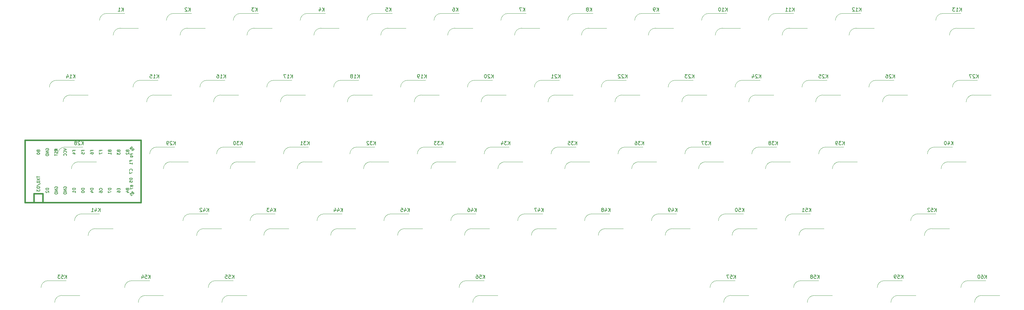
<source format=gbr>
%TF.GenerationSoftware,KiCad,Pcbnew,(5.1.9)-1*%
%TF.CreationDate,2021-02-15T19:25:36-05:00*%
%TF.ProjectId,60percent,36307065-7263-4656-9e74-2e6b69636164,rev?*%
%TF.SameCoordinates,Original*%
%TF.FileFunction,Legend,Bot*%
%TF.FilePolarity,Positive*%
%FSLAX46Y46*%
G04 Gerber Fmt 4.6, Leading zero omitted, Abs format (unit mm)*
G04 Created by KiCad (PCBNEW (5.1.9)-1) date 2021-02-15 19:25:36*
%MOMM*%
%LPD*%
G01*
G04 APERTURE LIST*
%ADD10C,0.120000*%
%ADD11C,0.381000*%
%ADD12C,0.150000*%
G04 APERTURE END LIST*
D10*
%TO.C,K1*%
X95050000Y-71118750D02*
X100150000Y-71118750D01*
X91150000Y-66918750D02*
X96250000Y-66918750D01*
X93050000Y-73118750D02*
G75*
G02*
X95050000Y-71118750I2000000J0D01*
G01*
X89150000Y-68918750D02*
G75*
G02*
X91150000Y-66918750I2000000J0D01*
G01*
%TO.C,K2*%
X110200000Y-66918750D02*
X115300000Y-66918750D01*
X114100000Y-71118750D02*
X119200000Y-71118750D01*
X108200000Y-68918750D02*
G75*
G02*
X110200000Y-66918750I2000000J0D01*
G01*
X112100000Y-73118750D02*
G75*
G02*
X114100000Y-71118750I2000000J0D01*
G01*
%TO.C,K3*%
X129250000Y-66918750D02*
X134350000Y-66918750D01*
X133150000Y-71118750D02*
X138250000Y-71118750D01*
X127250000Y-68918750D02*
G75*
G02*
X129250000Y-66918750I2000000J0D01*
G01*
X131150000Y-73118750D02*
G75*
G02*
X133150000Y-71118750I2000000J0D01*
G01*
%TO.C,K4*%
X152199500Y-71118750D02*
X157299500Y-71118750D01*
X148299500Y-66918750D02*
X153399500Y-66918750D01*
X150199500Y-73118750D02*
G75*
G02*
X152199500Y-71118750I2000000J0D01*
G01*
X146299500Y-68918750D02*
G75*
G02*
X148299500Y-66918750I2000000J0D01*
G01*
%TO.C,K5*%
X167349500Y-66918750D02*
X172449500Y-66918750D01*
X171249500Y-71118750D02*
X176349500Y-71118750D01*
X165349500Y-68918750D02*
G75*
G02*
X167349500Y-66918750I2000000J0D01*
G01*
X169249500Y-73118750D02*
G75*
G02*
X171249500Y-71118750I2000000J0D01*
G01*
%TO.C,K6*%
X190299500Y-71118750D02*
X195399500Y-71118750D01*
X186399500Y-66918750D02*
X191499500Y-66918750D01*
X188299500Y-73118750D02*
G75*
G02*
X190299500Y-71118750I2000000J0D01*
G01*
X184399500Y-68918750D02*
G75*
G02*
X186399500Y-66918750I2000000J0D01*
G01*
%TO.C,K7*%
X209349500Y-71118750D02*
X214449500Y-71118750D01*
X205449500Y-66918750D02*
X210549500Y-66918750D01*
X207349500Y-73118750D02*
G75*
G02*
X209349500Y-71118750I2000000J0D01*
G01*
X203449500Y-68918750D02*
G75*
G02*
X205449500Y-66918750I2000000J0D01*
G01*
%TO.C,K8*%
X228399500Y-71118750D02*
X233499500Y-71118750D01*
X224499500Y-66918750D02*
X229599500Y-66918750D01*
X226399500Y-73118750D02*
G75*
G02*
X228399500Y-71118750I2000000J0D01*
G01*
X222499500Y-68918750D02*
G75*
G02*
X224499500Y-66918750I2000000J0D01*
G01*
%TO.C,K9*%
X243549500Y-66918750D02*
X248649500Y-66918750D01*
X247449500Y-71118750D02*
X252549500Y-71118750D01*
X241549500Y-68918750D02*
G75*
G02*
X243549500Y-66918750I2000000J0D01*
G01*
X245449500Y-73118750D02*
G75*
G02*
X247449500Y-71118750I2000000J0D01*
G01*
%TO.C,K10*%
X262599500Y-66918750D02*
X267699500Y-66918750D01*
X266499500Y-71118750D02*
X271599500Y-71118750D01*
X260599500Y-68918750D02*
G75*
G02*
X262599500Y-66918750I2000000J0D01*
G01*
X264499500Y-73118750D02*
G75*
G02*
X266499500Y-71118750I2000000J0D01*
G01*
%TO.C,K11*%
X285549500Y-71118750D02*
X290649500Y-71118750D01*
X281649500Y-66918750D02*
X286749500Y-66918750D01*
X283549500Y-73118750D02*
G75*
G02*
X285549500Y-71118750I2000000J0D01*
G01*
X279649500Y-68918750D02*
G75*
G02*
X281649500Y-66918750I2000000J0D01*
G01*
%TO.C,K12*%
X304599500Y-71118750D02*
X309699500Y-71118750D01*
X300699500Y-66918750D02*
X305799500Y-66918750D01*
X302599500Y-73118750D02*
G75*
G02*
X304599500Y-71118750I2000000J0D01*
G01*
X298699500Y-68918750D02*
G75*
G02*
X300699500Y-66918750I2000000J0D01*
G01*
%TO.C,K13*%
X329275500Y-66918750D02*
X334375500Y-66918750D01*
X333175500Y-71118750D02*
X338275500Y-71118750D01*
X327275500Y-68918750D02*
G75*
G02*
X329275500Y-66918750I2000000J0D01*
G01*
X331175500Y-73118750D02*
G75*
G02*
X333175500Y-71118750I2000000J0D01*
G01*
%TO.C,K14*%
X76862500Y-85968750D02*
X81962500Y-85968750D01*
X80762500Y-90168750D02*
X85862500Y-90168750D01*
X74862500Y-87968750D02*
G75*
G02*
X76862500Y-85968750I2000000J0D01*
G01*
X78762500Y-92168750D02*
G75*
G02*
X80762500Y-90168750I2000000J0D01*
G01*
%TO.C,K27*%
X337937500Y-90168750D02*
X343037500Y-90168750D01*
X334037500Y-85968750D02*
X339137500Y-85968750D01*
X335937500Y-92168750D02*
G75*
G02*
X337937500Y-90168750I2000000J0D01*
G01*
X332037500Y-87968750D02*
G75*
G02*
X334037500Y-85968750I2000000J0D01*
G01*
%TO.C,K28*%
X79243700Y-105018750D02*
X84343700Y-105018750D01*
X83143700Y-109218750D02*
X88243700Y-109218750D01*
X77243700Y-107018750D02*
G75*
G02*
X79243700Y-105018750I2000000J0D01*
G01*
X81143700Y-111218750D02*
G75*
G02*
X83143700Y-109218750I2000000J0D01*
G01*
%TO.C,K29*%
X105437500Y-105018750D02*
X110537500Y-105018750D01*
X109337500Y-109218750D02*
X114437500Y-109218750D01*
X103437500Y-107018750D02*
G75*
G02*
X105437500Y-105018750I2000000J0D01*
G01*
X107337500Y-111218750D02*
G75*
G02*
X109337500Y-109218750I2000000J0D01*
G01*
%TO.C,K30*%
X128387500Y-109218750D02*
X133487500Y-109218750D01*
X124487500Y-105018750D02*
X129587500Y-105018750D01*
X126387500Y-111218750D02*
G75*
G02*
X128387500Y-109218750I2000000J0D01*
G01*
X122487500Y-107018750D02*
G75*
G02*
X124487500Y-105018750I2000000J0D01*
G01*
%TO.C,K31*%
X147437500Y-109218750D02*
X152537500Y-109218750D01*
X143537500Y-105018750D02*
X148637500Y-105018750D01*
X145437500Y-111218750D02*
G75*
G02*
X147437500Y-109218750I2000000J0D01*
G01*
X141537500Y-107018750D02*
G75*
G02*
X143537500Y-105018750I2000000J0D01*
G01*
%TO.C,K32*%
X166328500Y-109218750D02*
X171428500Y-109218750D01*
X162428500Y-105018750D02*
X167528500Y-105018750D01*
X164328500Y-111218750D02*
G75*
G02*
X166328500Y-109218750I2000000J0D01*
G01*
X160428500Y-107018750D02*
G75*
G02*
X162428500Y-105018750I2000000J0D01*
G01*
%TO.C,K33*%
X181637500Y-105018750D02*
X186737500Y-105018750D01*
X185537500Y-109218750D02*
X190637500Y-109218750D01*
X179637500Y-107018750D02*
G75*
G02*
X181637500Y-105018750I2000000J0D01*
G01*
X183537500Y-111218750D02*
G75*
G02*
X185537500Y-109218750I2000000J0D01*
G01*
%TO.C,K34*%
X204587500Y-109218750D02*
X209687500Y-109218750D01*
X200687500Y-105018750D02*
X205787500Y-105018750D01*
X202587500Y-111218750D02*
G75*
G02*
X204587500Y-109218750I2000000J0D01*
G01*
X198687500Y-107018750D02*
G75*
G02*
X200687500Y-105018750I2000000J0D01*
G01*
%TO.C,K35*%
X223637500Y-109218750D02*
X228737500Y-109218750D01*
X219737500Y-105018750D02*
X224837500Y-105018750D01*
X221637500Y-111218750D02*
G75*
G02*
X223637500Y-109218750I2000000J0D01*
G01*
X217737500Y-107018750D02*
G75*
G02*
X219737500Y-105018750I2000000J0D01*
G01*
%TO.C,K36*%
X238787500Y-105018750D02*
X243887500Y-105018750D01*
X242687500Y-109218750D02*
X247787500Y-109218750D01*
X236787500Y-107018750D02*
G75*
G02*
X238787500Y-105018750I2000000J0D01*
G01*
X240687500Y-111218750D02*
G75*
G02*
X242687500Y-109218750I2000000J0D01*
G01*
%TO.C,K37*%
X257837500Y-105018750D02*
X262937500Y-105018750D01*
X261737500Y-109218750D02*
X266837500Y-109218750D01*
X255837500Y-107018750D02*
G75*
G02*
X257837500Y-105018750I2000000J0D01*
G01*
X259737500Y-111218750D02*
G75*
G02*
X261737500Y-109218750I2000000J0D01*
G01*
%TO.C,K38*%
X276887500Y-105018750D02*
X281987500Y-105018750D01*
X280787500Y-109218750D02*
X285887500Y-109218750D01*
X274887500Y-107018750D02*
G75*
G02*
X276887500Y-105018750I2000000J0D01*
G01*
X278787500Y-111218750D02*
G75*
G02*
X280787500Y-109218750I2000000J0D01*
G01*
%TO.C,K39*%
X295937500Y-105018750D02*
X301037500Y-105018750D01*
X299837500Y-109218750D02*
X304937500Y-109218750D01*
X293937500Y-107018750D02*
G75*
G02*
X295937500Y-105018750I2000000J0D01*
G01*
X297837500Y-111218750D02*
G75*
G02*
X299837500Y-109218750I2000000J0D01*
G01*
%TO.C,K40*%
X326893500Y-105018750D02*
X331993500Y-105018750D01*
X330793500Y-109218750D02*
X335893500Y-109218750D01*
X324893500Y-107018750D02*
G75*
G02*
X326893500Y-105018750I2000000J0D01*
G01*
X328793500Y-111218750D02*
G75*
G02*
X330793500Y-109218750I2000000J0D01*
G01*
%TO.C,K41*%
X87906300Y-128268750D02*
X93006300Y-128268750D01*
X84006300Y-124068750D02*
X89106300Y-124068750D01*
X85906300Y-130268750D02*
G75*
G02*
X87906300Y-128268750I2000000J0D01*
G01*
X82006300Y-126068750D02*
G75*
G02*
X84006300Y-124068750I2000000J0D01*
G01*
%TO.C,K42*%
X114903700Y-124068750D02*
X120003700Y-124068750D01*
X118803700Y-128268750D02*
X123903700Y-128268750D01*
X112903700Y-126068750D02*
G75*
G02*
X114903700Y-124068750I2000000J0D01*
G01*
X116803700Y-130268750D02*
G75*
G02*
X118803700Y-128268750I2000000J0D01*
G01*
%TO.C,K43*%
X134012500Y-124068750D02*
X139112500Y-124068750D01*
X137912500Y-128268750D02*
X143012500Y-128268750D01*
X132012500Y-126068750D02*
G75*
G02*
X134012500Y-124068750I2000000J0D01*
G01*
X135912500Y-130268750D02*
G75*
G02*
X137912500Y-128268750I2000000J0D01*
G01*
%TO.C,K44*%
X153062500Y-124068750D02*
X158162500Y-124068750D01*
X156962500Y-128268750D02*
X162062500Y-128268750D01*
X151062500Y-126068750D02*
G75*
G02*
X153062500Y-124068750I2000000J0D01*
G01*
X154962500Y-130268750D02*
G75*
G02*
X156962500Y-128268750I2000000J0D01*
G01*
%TO.C,K45*%
X176012500Y-128268750D02*
X181112500Y-128268750D01*
X172112500Y-124068750D02*
X177212500Y-124068750D01*
X174012500Y-130268750D02*
G75*
G02*
X176012500Y-128268750I2000000J0D01*
G01*
X170112500Y-126068750D02*
G75*
G02*
X172112500Y-124068750I2000000J0D01*
G01*
%TO.C,K46*%
X195062500Y-128268750D02*
X200162500Y-128268750D01*
X191162500Y-124068750D02*
X196262500Y-124068750D01*
X193062500Y-130268750D02*
G75*
G02*
X195062500Y-128268750I2000000J0D01*
G01*
X189162500Y-126068750D02*
G75*
G02*
X191162500Y-124068750I2000000J0D01*
G01*
%TO.C,K47*%
X214112500Y-128268750D02*
X219212500Y-128268750D01*
X210212500Y-124068750D02*
X215312500Y-124068750D01*
X212112500Y-130268750D02*
G75*
G02*
X214112500Y-128268750I2000000J0D01*
G01*
X208212500Y-126068750D02*
G75*
G02*
X210212500Y-124068750I2000000J0D01*
G01*
%TO.C,K48*%
X233162500Y-128268750D02*
X238262500Y-128268750D01*
X229262500Y-124068750D02*
X234362500Y-124068750D01*
X231162500Y-130268750D02*
G75*
G02*
X233162500Y-128268750I2000000J0D01*
G01*
X227262500Y-126068750D02*
G75*
G02*
X229262500Y-124068750I2000000J0D01*
G01*
%TO.C,K49*%
X248312500Y-124068750D02*
X253412500Y-124068750D01*
X252212500Y-128268750D02*
X257312500Y-128268750D01*
X246312500Y-126068750D02*
G75*
G02*
X248312500Y-124068750I2000000J0D01*
G01*
X250212500Y-130268750D02*
G75*
G02*
X252212500Y-128268750I2000000J0D01*
G01*
%TO.C,K50*%
X267362500Y-124068750D02*
X272462500Y-124068750D01*
X271262500Y-128268750D02*
X276362500Y-128268750D01*
X265362500Y-126068750D02*
G75*
G02*
X267362500Y-124068750I2000000J0D01*
G01*
X269262500Y-130268750D02*
G75*
G02*
X271262500Y-128268750I2000000J0D01*
G01*
%TO.C,K51*%
X286412500Y-124068750D02*
X291512500Y-124068750D01*
X290312500Y-128268750D02*
X295412500Y-128268750D01*
X284412500Y-126068750D02*
G75*
G02*
X286412500Y-124068750I2000000J0D01*
G01*
X288312500Y-130268750D02*
G75*
G02*
X290312500Y-128268750I2000000J0D01*
G01*
%TO.C,K52*%
X322131500Y-124068750D02*
X327231500Y-124068750D01*
X326031500Y-128268750D02*
X331131500Y-128268750D01*
X320131500Y-126068750D02*
G75*
G02*
X322131500Y-124068750I2000000J0D01*
G01*
X324031500Y-130268750D02*
G75*
G02*
X326031500Y-128268750I2000000J0D01*
G01*
%TO.C,K53*%
X78381300Y-147318750D02*
X83481300Y-147318750D01*
X74481300Y-143118750D02*
X79581300Y-143118750D01*
X76381300Y-149318750D02*
G75*
G02*
X78381300Y-147318750I2000000J0D01*
G01*
X72481300Y-145118750D02*
G75*
G02*
X74481300Y-143118750I2000000J0D01*
G01*
%TO.C,K54*%
X98293700Y-143118750D02*
X103393700Y-143118750D01*
X102193700Y-147318750D02*
X107293700Y-147318750D01*
X96293700Y-145118750D02*
G75*
G02*
X98293700Y-143118750I2000000J0D01*
G01*
X100193700Y-149318750D02*
G75*
G02*
X102193700Y-147318750I2000000J0D01*
G01*
%TO.C,K55*%
X122106300Y-143118750D02*
X127206300Y-143118750D01*
X126006300Y-147318750D02*
X131106300Y-147318750D01*
X120106300Y-145118750D02*
G75*
G02*
X122106300Y-143118750I2000000J0D01*
G01*
X124006300Y-149318750D02*
G75*
G02*
X126006300Y-147318750I2000000J0D01*
G01*
%TO.C,K56*%
X193543500Y-143118750D02*
X198643500Y-143118750D01*
X197443500Y-147318750D02*
X202543500Y-147318750D01*
X191543500Y-145118750D02*
G75*
G02*
X193543500Y-143118750I2000000J0D01*
G01*
X195443500Y-149318750D02*
G75*
G02*
X197443500Y-147318750I2000000J0D01*
G01*
%TO.C,K57*%
X264981500Y-143118750D02*
X270081500Y-143118750D01*
X268881500Y-147318750D02*
X273981500Y-147318750D01*
X262981500Y-145118750D02*
G75*
G02*
X264981500Y-143118750I2000000J0D01*
G01*
X266881500Y-149318750D02*
G75*
G02*
X268881500Y-147318750I2000000J0D01*
G01*
%TO.C,K58*%
X292693500Y-147318750D02*
X297793500Y-147318750D01*
X288793500Y-143118750D02*
X293893500Y-143118750D01*
X290693500Y-149318750D02*
G75*
G02*
X292693500Y-147318750I2000000J0D01*
G01*
X286793500Y-145118750D02*
G75*
G02*
X288793500Y-143118750I2000000J0D01*
G01*
%TO.C,K59*%
X312606500Y-143118750D02*
X317706500Y-143118750D01*
X316506500Y-147318750D02*
X321606500Y-147318750D01*
X310606500Y-145118750D02*
G75*
G02*
X312606500Y-143118750I2000000J0D01*
G01*
X314506500Y-149318750D02*
G75*
G02*
X316506500Y-147318750I2000000J0D01*
G01*
%TO.C,K60*%
X340318500Y-147318750D02*
X345418500Y-147318750D01*
X336418500Y-143118750D02*
X341518500Y-143118750D01*
X338318500Y-149318750D02*
G75*
G02*
X340318500Y-147318750I2000000J0D01*
G01*
X334418500Y-145118750D02*
G75*
G02*
X336418500Y-143118750I2000000J0D01*
G01*
D11*
%TO.C,U1*%
X73025000Y-118268750D02*
X73025000Y-120808750D01*
X70485000Y-118268750D02*
X73025000Y-118268750D01*
D12*
G36*
X76774030Y-105874115D02*
G01*
X76874030Y-105874115D01*
X76874030Y-105774115D01*
X76774030Y-105774115D01*
X76774030Y-105874115D01*
G37*
X76774030Y-105874115D02*
X76874030Y-105874115D01*
X76874030Y-105774115D01*
X76774030Y-105774115D01*
X76774030Y-105874115D01*
G36*
X76374030Y-105674115D02*
G01*
X77174030Y-105674115D01*
X77174030Y-105574115D01*
X76374030Y-105574115D01*
X76374030Y-105674115D01*
G37*
X76374030Y-105674115D02*
X77174030Y-105674115D01*
X77174030Y-105574115D01*
X76374030Y-105574115D01*
X76374030Y-105674115D01*
G36*
X76974030Y-106074115D02*
G01*
X77174030Y-106074115D01*
X77174030Y-105974115D01*
X76974030Y-105974115D01*
X76974030Y-106074115D01*
G37*
X76974030Y-106074115D02*
X77174030Y-106074115D01*
X77174030Y-105974115D01*
X76974030Y-105974115D01*
X76974030Y-106074115D01*
G36*
X76374030Y-106074115D02*
G01*
X76674030Y-106074115D01*
X76674030Y-105974115D01*
X76374030Y-105974115D01*
X76374030Y-106074115D01*
G37*
X76374030Y-106074115D02*
X76674030Y-106074115D01*
X76674030Y-105974115D01*
X76374030Y-105974115D01*
X76374030Y-106074115D01*
G36*
X76374030Y-106074115D02*
G01*
X76474030Y-106074115D01*
X76474030Y-105574115D01*
X76374030Y-105574115D01*
X76374030Y-106074115D01*
G37*
X76374030Y-106074115D02*
X76474030Y-106074115D01*
X76474030Y-105574115D01*
X76374030Y-105574115D01*
X76374030Y-106074115D01*
D11*
X100965000Y-103028750D02*
X67945000Y-103028750D01*
X100965000Y-120808750D02*
X100965000Y-103028750D01*
X67945000Y-120808750D02*
X100965000Y-120808750D01*
X67945000Y-103028750D02*
X67945000Y-120808750D01*
X70485000Y-118268750D02*
X70485000Y-120808750D01*
D10*
%TO.C,K15*%
X102575000Y-92168750D02*
G75*
G02*
X104575000Y-90168750I2000000J0D01*
G01*
X98675000Y-87968750D02*
G75*
G02*
X100675000Y-85968750I2000000J0D01*
G01*
X100675000Y-85968750D02*
X105775000Y-85968750D01*
X104575000Y-90168750D02*
X109675000Y-90168750D01*
%TO.C,K16*%
X123625000Y-90168750D02*
X128725000Y-90168750D01*
X119725000Y-85968750D02*
X124825000Y-85968750D01*
X117725000Y-87968750D02*
G75*
G02*
X119725000Y-85968750I2000000J0D01*
G01*
X121625000Y-92168750D02*
G75*
G02*
X123625000Y-90168750I2000000J0D01*
G01*
%TO.C,K17*%
X140675000Y-92168750D02*
G75*
G02*
X142675000Y-90168750I2000000J0D01*
G01*
X136775000Y-87968750D02*
G75*
G02*
X138775000Y-85968750I2000000J0D01*
G01*
X138775000Y-85968750D02*
X143875000Y-85968750D01*
X142675000Y-90168750D02*
X147775000Y-90168750D01*
%TO.C,K18*%
X161725500Y-90168750D02*
X166825500Y-90168750D01*
X157825500Y-85968750D02*
X162925500Y-85968750D01*
X155825500Y-87968750D02*
G75*
G02*
X157825500Y-85968750I2000000J0D01*
G01*
X159725500Y-92168750D02*
G75*
G02*
X161725500Y-90168750I2000000J0D01*
G01*
%TO.C,K19*%
X180775500Y-90168750D02*
X185875500Y-90168750D01*
X176875500Y-85968750D02*
X181975500Y-85968750D01*
X174875500Y-87968750D02*
G75*
G02*
X176875500Y-85968750I2000000J0D01*
G01*
X178775500Y-92168750D02*
G75*
G02*
X180775500Y-90168750I2000000J0D01*
G01*
%TO.C,K20*%
X197825500Y-92168750D02*
G75*
G02*
X199825500Y-90168750I2000000J0D01*
G01*
X193925500Y-87968750D02*
G75*
G02*
X195925500Y-85968750I2000000J0D01*
G01*
X195925500Y-85968750D02*
X201025500Y-85968750D01*
X199825500Y-90168750D02*
X204925500Y-90168750D01*
%TO.C,K21*%
X216875500Y-92168750D02*
G75*
G02*
X218875500Y-90168750I2000000J0D01*
G01*
X212975500Y-87968750D02*
G75*
G02*
X214975500Y-85968750I2000000J0D01*
G01*
X214975500Y-85968750D02*
X220075500Y-85968750D01*
X218875500Y-90168750D02*
X223975500Y-90168750D01*
%TO.C,K22*%
X237925500Y-90168750D02*
X243025500Y-90168750D01*
X234025500Y-85968750D02*
X239125500Y-85968750D01*
X232025500Y-87968750D02*
G75*
G02*
X234025500Y-85968750I2000000J0D01*
G01*
X235925500Y-92168750D02*
G75*
G02*
X237925500Y-90168750I2000000J0D01*
G01*
%TO.C,K23*%
X256975500Y-90168750D02*
X262075500Y-90168750D01*
X253075500Y-85968750D02*
X258175500Y-85968750D01*
X251075500Y-87968750D02*
G75*
G02*
X253075500Y-85968750I2000000J0D01*
G01*
X254975500Y-92168750D02*
G75*
G02*
X256975500Y-90168750I2000000J0D01*
G01*
%TO.C,K24*%
X276025500Y-90168750D02*
X281125500Y-90168750D01*
X272125500Y-85968750D02*
X277225500Y-85968750D01*
X270125500Y-87968750D02*
G75*
G02*
X272125500Y-85968750I2000000J0D01*
G01*
X274025500Y-92168750D02*
G75*
G02*
X276025500Y-90168750I2000000J0D01*
G01*
%TO.C,K25*%
X293075500Y-92168750D02*
G75*
G02*
X295075500Y-90168750I2000000J0D01*
G01*
X289175500Y-87968750D02*
G75*
G02*
X291175500Y-85968750I2000000J0D01*
G01*
X291175500Y-85968750D02*
X296275500Y-85968750D01*
X295075500Y-90168750D02*
X300175500Y-90168750D01*
%TO.C,K26*%
X312125500Y-92168750D02*
G75*
G02*
X314125500Y-90168750I2000000J0D01*
G01*
X308225500Y-87968750D02*
G75*
G02*
X310225500Y-85968750I2000000J0D01*
G01*
X310225500Y-85968750D02*
X315325500Y-85968750D01*
X314125500Y-90168750D02*
X319225500Y-90168750D01*
%TO.C,K1*%
D12*
X95988095Y-66271130D02*
X95988095Y-65271130D01*
X95416666Y-66271130D02*
X95845238Y-65699702D01*
X95416666Y-65271130D02*
X95988095Y-65842559D01*
X94464285Y-66271130D02*
X95035714Y-66271130D01*
X94750000Y-66271130D02*
X94750000Y-65271130D01*
X94845238Y-65413988D01*
X94940476Y-65509226D01*
X95035714Y-65556845D01*
%TO.C,K2*%
X115038095Y-66271130D02*
X115038095Y-65271130D01*
X114466666Y-66271130D02*
X114895238Y-65699702D01*
X114466666Y-65271130D02*
X115038095Y-65842559D01*
X114085714Y-65366369D02*
X114038095Y-65318750D01*
X113942857Y-65271130D01*
X113704761Y-65271130D01*
X113609523Y-65318750D01*
X113561904Y-65366369D01*
X113514285Y-65461607D01*
X113514285Y-65556845D01*
X113561904Y-65699702D01*
X114133333Y-66271130D01*
X113514285Y-66271130D01*
%TO.C,K3*%
X134088095Y-66271130D02*
X134088095Y-65271130D01*
X133516666Y-66271130D02*
X133945238Y-65699702D01*
X133516666Y-65271130D02*
X134088095Y-65842559D01*
X133183333Y-65271130D02*
X132564285Y-65271130D01*
X132897619Y-65652083D01*
X132754761Y-65652083D01*
X132659523Y-65699702D01*
X132611904Y-65747321D01*
X132564285Y-65842559D01*
X132564285Y-66080654D01*
X132611904Y-66175892D01*
X132659523Y-66223511D01*
X132754761Y-66271130D01*
X133040476Y-66271130D01*
X133135714Y-66223511D01*
X133183333Y-66175892D01*
%TO.C,K4*%
X153137595Y-66271130D02*
X153137595Y-65271130D01*
X152566166Y-66271130D02*
X152994738Y-65699702D01*
X152566166Y-65271130D02*
X153137595Y-65842559D01*
X151709023Y-65604464D02*
X151709023Y-66271130D01*
X151947119Y-65223511D02*
X152185214Y-65937797D01*
X151566166Y-65937797D01*
%TO.C,K5*%
X172187595Y-66271130D02*
X172187595Y-65271130D01*
X171616166Y-66271130D02*
X172044738Y-65699702D01*
X171616166Y-65271130D02*
X172187595Y-65842559D01*
X170711404Y-65271130D02*
X171187595Y-65271130D01*
X171235214Y-65747321D01*
X171187595Y-65699702D01*
X171092357Y-65652083D01*
X170854261Y-65652083D01*
X170759023Y-65699702D01*
X170711404Y-65747321D01*
X170663785Y-65842559D01*
X170663785Y-66080654D01*
X170711404Y-66175892D01*
X170759023Y-66223511D01*
X170854261Y-66271130D01*
X171092357Y-66271130D01*
X171187595Y-66223511D01*
X171235214Y-66175892D01*
%TO.C,K6*%
X191237595Y-66271130D02*
X191237595Y-65271130D01*
X190666166Y-66271130D02*
X191094738Y-65699702D01*
X190666166Y-65271130D02*
X191237595Y-65842559D01*
X189809023Y-65271130D02*
X189999500Y-65271130D01*
X190094738Y-65318750D01*
X190142357Y-65366369D01*
X190237595Y-65509226D01*
X190285214Y-65699702D01*
X190285214Y-66080654D01*
X190237595Y-66175892D01*
X190189976Y-66223511D01*
X190094738Y-66271130D01*
X189904261Y-66271130D01*
X189809023Y-66223511D01*
X189761404Y-66175892D01*
X189713785Y-66080654D01*
X189713785Y-65842559D01*
X189761404Y-65747321D01*
X189809023Y-65699702D01*
X189904261Y-65652083D01*
X190094738Y-65652083D01*
X190189976Y-65699702D01*
X190237595Y-65747321D01*
X190285214Y-65842559D01*
%TO.C,K7*%
X210287595Y-66271130D02*
X210287595Y-65271130D01*
X209716166Y-66271130D02*
X210144738Y-65699702D01*
X209716166Y-65271130D02*
X210287595Y-65842559D01*
X209382833Y-65271130D02*
X208716166Y-65271130D01*
X209144738Y-66271130D01*
%TO.C,K8*%
X229337595Y-66271130D02*
X229337595Y-65271130D01*
X228766166Y-66271130D02*
X229194738Y-65699702D01*
X228766166Y-65271130D02*
X229337595Y-65842559D01*
X228194738Y-65699702D02*
X228289976Y-65652083D01*
X228337595Y-65604464D01*
X228385214Y-65509226D01*
X228385214Y-65461607D01*
X228337595Y-65366369D01*
X228289976Y-65318750D01*
X228194738Y-65271130D01*
X228004261Y-65271130D01*
X227909023Y-65318750D01*
X227861404Y-65366369D01*
X227813785Y-65461607D01*
X227813785Y-65509226D01*
X227861404Y-65604464D01*
X227909023Y-65652083D01*
X228004261Y-65699702D01*
X228194738Y-65699702D01*
X228289976Y-65747321D01*
X228337595Y-65794940D01*
X228385214Y-65890178D01*
X228385214Y-66080654D01*
X228337595Y-66175892D01*
X228289976Y-66223511D01*
X228194738Y-66271130D01*
X228004261Y-66271130D01*
X227909023Y-66223511D01*
X227861404Y-66175892D01*
X227813785Y-66080654D01*
X227813785Y-65890178D01*
X227861404Y-65794940D01*
X227909023Y-65747321D01*
X228004261Y-65699702D01*
%TO.C,K9*%
X248387595Y-66271130D02*
X248387595Y-65271130D01*
X247816166Y-66271130D02*
X248244738Y-65699702D01*
X247816166Y-65271130D02*
X248387595Y-65842559D01*
X247339976Y-66271130D02*
X247149500Y-66271130D01*
X247054261Y-66223511D01*
X247006642Y-66175892D01*
X246911404Y-66033035D01*
X246863785Y-65842559D01*
X246863785Y-65461607D01*
X246911404Y-65366369D01*
X246959023Y-65318750D01*
X247054261Y-65271130D01*
X247244738Y-65271130D01*
X247339976Y-65318750D01*
X247387595Y-65366369D01*
X247435214Y-65461607D01*
X247435214Y-65699702D01*
X247387595Y-65794940D01*
X247339976Y-65842559D01*
X247244738Y-65890178D01*
X247054261Y-65890178D01*
X246959023Y-65842559D01*
X246911404Y-65794940D01*
X246863785Y-65699702D01*
%TO.C,K10*%
X267913785Y-66271130D02*
X267913785Y-65271130D01*
X267342357Y-66271130D02*
X267770928Y-65699702D01*
X267342357Y-65271130D02*
X267913785Y-65842559D01*
X266389976Y-66271130D02*
X266961404Y-66271130D01*
X266675690Y-66271130D02*
X266675690Y-65271130D01*
X266770928Y-65413988D01*
X266866166Y-65509226D01*
X266961404Y-65556845D01*
X265770928Y-65271130D02*
X265675690Y-65271130D01*
X265580452Y-65318750D01*
X265532833Y-65366369D01*
X265485214Y-65461607D01*
X265437595Y-65652083D01*
X265437595Y-65890178D01*
X265485214Y-66080654D01*
X265532833Y-66175892D01*
X265580452Y-66223511D01*
X265675690Y-66271130D01*
X265770928Y-66271130D01*
X265866166Y-66223511D01*
X265913785Y-66175892D01*
X265961404Y-66080654D01*
X266009023Y-65890178D01*
X266009023Y-65652083D01*
X265961404Y-65461607D01*
X265913785Y-65366369D01*
X265866166Y-65318750D01*
X265770928Y-65271130D01*
%TO.C,K11*%
X286963785Y-66271130D02*
X286963785Y-65271130D01*
X286392357Y-66271130D02*
X286820928Y-65699702D01*
X286392357Y-65271130D02*
X286963785Y-65842559D01*
X285439976Y-66271130D02*
X286011404Y-66271130D01*
X285725690Y-66271130D02*
X285725690Y-65271130D01*
X285820928Y-65413988D01*
X285916166Y-65509226D01*
X286011404Y-65556845D01*
X284487595Y-66271130D02*
X285059023Y-66271130D01*
X284773309Y-66271130D02*
X284773309Y-65271130D01*
X284868547Y-65413988D01*
X284963785Y-65509226D01*
X285059023Y-65556845D01*
%TO.C,K12*%
X306013785Y-66271130D02*
X306013785Y-65271130D01*
X305442357Y-66271130D02*
X305870928Y-65699702D01*
X305442357Y-65271130D02*
X306013785Y-65842559D01*
X304489976Y-66271130D02*
X305061404Y-66271130D01*
X304775690Y-66271130D02*
X304775690Y-65271130D01*
X304870928Y-65413988D01*
X304966166Y-65509226D01*
X305061404Y-65556845D01*
X304109023Y-65366369D02*
X304061404Y-65318750D01*
X303966166Y-65271130D01*
X303728071Y-65271130D01*
X303632833Y-65318750D01*
X303585214Y-65366369D01*
X303537595Y-65461607D01*
X303537595Y-65556845D01*
X303585214Y-65699702D01*
X304156642Y-66271130D01*
X303537595Y-66271130D01*
%TO.C,K13*%
X334589785Y-66271130D02*
X334589785Y-65271130D01*
X334018357Y-66271130D02*
X334446928Y-65699702D01*
X334018357Y-65271130D02*
X334589785Y-65842559D01*
X333065976Y-66271130D02*
X333637404Y-66271130D01*
X333351690Y-66271130D02*
X333351690Y-65271130D01*
X333446928Y-65413988D01*
X333542166Y-65509226D01*
X333637404Y-65556845D01*
X332732642Y-65271130D02*
X332113595Y-65271130D01*
X332446928Y-65652083D01*
X332304071Y-65652083D01*
X332208833Y-65699702D01*
X332161214Y-65747321D01*
X332113595Y-65842559D01*
X332113595Y-66080654D01*
X332161214Y-66175892D01*
X332208833Y-66223511D01*
X332304071Y-66271130D01*
X332589785Y-66271130D01*
X332685023Y-66223511D01*
X332732642Y-66175892D01*
%TO.C,K14*%
X82176785Y-85321130D02*
X82176785Y-84321130D01*
X81605357Y-85321130D02*
X82033928Y-84749702D01*
X81605357Y-84321130D02*
X82176785Y-84892559D01*
X80652976Y-85321130D02*
X81224404Y-85321130D01*
X80938690Y-85321130D02*
X80938690Y-84321130D01*
X81033928Y-84463988D01*
X81129166Y-84559226D01*
X81224404Y-84606845D01*
X79795833Y-84654464D02*
X79795833Y-85321130D01*
X80033928Y-84273511D02*
X80272023Y-84987797D01*
X79652976Y-84987797D01*
%TO.C,K27*%
X339351785Y-85321130D02*
X339351785Y-84321130D01*
X338780357Y-85321130D02*
X339208928Y-84749702D01*
X338780357Y-84321130D02*
X339351785Y-84892559D01*
X338399404Y-84416369D02*
X338351785Y-84368750D01*
X338256547Y-84321130D01*
X338018452Y-84321130D01*
X337923214Y-84368750D01*
X337875595Y-84416369D01*
X337827976Y-84511607D01*
X337827976Y-84606845D01*
X337875595Y-84749702D01*
X338447023Y-85321130D01*
X337827976Y-85321130D01*
X337494642Y-84321130D02*
X336827976Y-84321130D01*
X337256547Y-85321130D01*
%TO.C,K28*%
X84557985Y-104371130D02*
X84557985Y-103371130D01*
X83986557Y-104371130D02*
X84415128Y-103799702D01*
X83986557Y-103371130D02*
X84557985Y-103942559D01*
X83605604Y-103466369D02*
X83557985Y-103418750D01*
X83462747Y-103371130D01*
X83224652Y-103371130D01*
X83129414Y-103418750D01*
X83081795Y-103466369D01*
X83034176Y-103561607D01*
X83034176Y-103656845D01*
X83081795Y-103799702D01*
X83653223Y-104371130D01*
X83034176Y-104371130D01*
X82462747Y-103799702D02*
X82557985Y-103752083D01*
X82605604Y-103704464D01*
X82653223Y-103609226D01*
X82653223Y-103561607D01*
X82605604Y-103466369D01*
X82557985Y-103418750D01*
X82462747Y-103371130D01*
X82272271Y-103371130D01*
X82177033Y-103418750D01*
X82129414Y-103466369D01*
X82081795Y-103561607D01*
X82081795Y-103609226D01*
X82129414Y-103704464D01*
X82177033Y-103752083D01*
X82272271Y-103799702D01*
X82462747Y-103799702D01*
X82557985Y-103847321D01*
X82605604Y-103894940D01*
X82653223Y-103990178D01*
X82653223Y-104180654D01*
X82605604Y-104275892D01*
X82557985Y-104323511D01*
X82462747Y-104371130D01*
X82272271Y-104371130D01*
X82177033Y-104323511D01*
X82129414Y-104275892D01*
X82081795Y-104180654D01*
X82081795Y-103990178D01*
X82129414Y-103894940D01*
X82177033Y-103847321D01*
X82272271Y-103799702D01*
%TO.C,K29*%
X110751785Y-104371130D02*
X110751785Y-103371130D01*
X110180357Y-104371130D02*
X110608928Y-103799702D01*
X110180357Y-103371130D02*
X110751785Y-103942559D01*
X109799404Y-103466369D02*
X109751785Y-103418750D01*
X109656547Y-103371130D01*
X109418452Y-103371130D01*
X109323214Y-103418750D01*
X109275595Y-103466369D01*
X109227976Y-103561607D01*
X109227976Y-103656845D01*
X109275595Y-103799702D01*
X109847023Y-104371130D01*
X109227976Y-104371130D01*
X108751785Y-104371130D02*
X108561309Y-104371130D01*
X108466071Y-104323511D01*
X108418452Y-104275892D01*
X108323214Y-104133035D01*
X108275595Y-103942559D01*
X108275595Y-103561607D01*
X108323214Y-103466369D01*
X108370833Y-103418750D01*
X108466071Y-103371130D01*
X108656547Y-103371130D01*
X108751785Y-103418750D01*
X108799404Y-103466369D01*
X108847023Y-103561607D01*
X108847023Y-103799702D01*
X108799404Y-103894940D01*
X108751785Y-103942559D01*
X108656547Y-103990178D01*
X108466071Y-103990178D01*
X108370833Y-103942559D01*
X108323214Y-103894940D01*
X108275595Y-103799702D01*
%TO.C,K30*%
X129801785Y-104371130D02*
X129801785Y-103371130D01*
X129230357Y-104371130D02*
X129658928Y-103799702D01*
X129230357Y-103371130D02*
X129801785Y-103942559D01*
X128897023Y-103371130D02*
X128277976Y-103371130D01*
X128611309Y-103752083D01*
X128468452Y-103752083D01*
X128373214Y-103799702D01*
X128325595Y-103847321D01*
X128277976Y-103942559D01*
X128277976Y-104180654D01*
X128325595Y-104275892D01*
X128373214Y-104323511D01*
X128468452Y-104371130D01*
X128754166Y-104371130D01*
X128849404Y-104323511D01*
X128897023Y-104275892D01*
X127658928Y-103371130D02*
X127563690Y-103371130D01*
X127468452Y-103418750D01*
X127420833Y-103466369D01*
X127373214Y-103561607D01*
X127325595Y-103752083D01*
X127325595Y-103990178D01*
X127373214Y-104180654D01*
X127420833Y-104275892D01*
X127468452Y-104323511D01*
X127563690Y-104371130D01*
X127658928Y-104371130D01*
X127754166Y-104323511D01*
X127801785Y-104275892D01*
X127849404Y-104180654D01*
X127897023Y-103990178D01*
X127897023Y-103752083D01*
X127849404Y-103561607D01*
X127801785Y-103466369D01*
X127754166Y-103418750D01*
X127658928Y-103371130D01*
%TO.C,K31*%
X148851785Y-104371130D02*
X148851785Y-103371130D01*
X148280357Y-104371130D02*
X148708928Y-103799702D01*
X148280357Y-103371130D02*
X148851785Y-103942559D01*
X147947023Y-103371130D02*
X147327976Y-103371130D01*
X147661309Y-103752083D01*
X147518452Y-103752083D01*
X147423214Y-103799702D01*
X147375595Y-103847321D01*
X147327976Y-103942559D01*
X147327976Y-104180654D01*
X147375595Y-104275892D01*
X147423214Y-104323511D01*
X147518452Y-104371130D01*
X147804166Y-104371130D01*
X147899404Y-104323511D01*
X147947023Y-104275892D01*
X146375595Y-104371130D02*
X146947023Y-104371130D01*
X146661309Y-104371130D02*
X146661309Y-103371130D01*
X146756547Y-103513988D01*
X146851785Y-103609226D01*
X146947023Y-103656845D01*
%TO.C,K32*%
X167742785Y-104371130D02*
X167742785Y-103371130D01*
X167171357Y-104371130D02*
X167599928Y-103799702D01*
X167171357Y-103371130D02*
X167742785Y-103942559D01*
X166838023Y-103371130D02*
X166218976Y-103371130D01*
X166552309Y-103752083D01*
X166409452Y-103752083D01*
X166314214Y-103799702D01*
X166266595Y-103847321D01*
X166218976Y-103942559D01*
X166218976Y-104180654D01*
X166266595Y-104275892D01*
X166314214Y-104323511D01*
X166409452Y-104371130D01*
X166695166Y-104371130D01*
X166790404Y-104323511D01*
X166838023Y-104275892D01*
X165838023Y-103466369D02*
X165790404Y-103418750D01*
X165695166Y-103371130D01*
X165457071Y-103371130D01*
X165361833Y-103418750D01*
X165314214Y-103466369D01*
X165266595Y-103561607D01*
X165266595Y-103656845D01*
X165314214Y-103799702D01*
X165885642Y-104371130D01*
X165266595Y-104371130D01*
%TO.C,K33*%
X186951785Y-104371130D02*
X186951785Y-103371130D01*
X186380357Y-104371130D02*
X186808928Y-103799702D01*
X186380357Y-103371130D02*
X186951785Y-103942559D01*
X186047023Y-103371130D02*
X185427976Y-103371130D01*
X185761309Y-103752083D01*
X185618452Y-103752083D01*
X185523214Y-103799702D01*
X185475595Y-103847321D01*
X185427976Y-103942559D01*
X185427976Y-104180654D01*
X185475595Y-104275892D01*
X185523214Y-104323511D01*
X185618452Y-104371130D01*
X185904166Y-104371130D01*
X185999404Y-104323511D01*
X186047023Y-104275892D01*
X185094642Y-103371130D02*
X184475595Y-103371130D01*
X184808928Y-103752083D01*
X184666071Y-103752083D01*
X184570833Y-103799702D01*
X184523214Y-103847321D01*
X184475595Y-103942559D01*
X184475595Y-104180654D01*
X184523214Y-104275892D01*
X184570833Y-104323511D01*
X184666071Y-104371130D01*
X184951785Y-104371130D01*
X185047023Y-104323511D01*
X185094642Y-104275892D01*
%TO.C,K34*%
X206001785Y-104371130D02*
X206001785Y-103371130D01*
X205430357Y-104371130D02*
X205858928Y-103799702D01*
X205430357Y-103371130D02*
X206001785Y-103942559D01*
X205097023Y-103371130D02*
X204477976Y-103371130D01*
X204811309Y-103752083D01*
X204668452Y-103752083D01*
X204573214Y-103799702D01*
X204525595Y-103847321D01*
X204477976Y-103942559D01*
X204477976Y-104180654D01*
X204525595Y-104275892D01*
X204573214Y-104323511D01*
X204668452Y-104371130D01*
X204954166Y-104371130D01*
X205049404Y-104323511D01*
X205097023Y-104275892D01*
X203620833Y-103704464D02*
X203620833Y-104371130D01*
X203858928Y-103323511D02*
X204097023Y-104037797D01*
X203477976Y-104037797D01*
%TO.C,K35*%
X225051785Y-104371130D02*
X225051785Y-103371130D01*
X224480357Y-104371130D02*
X224908928Y-103799702D01*
X224480357Y-103371130D02*
X225051785Y-103942559D01*
X224147023Y-103371130D02*
X223527976Y-103371130D01*
X223861309Y-103752083D01*
X223718452Y-103752083D01*
X223623214Y-103799702D01*
X223575595Y-103847321D01*
X223527976Y-103942559D01*
X223527976Y-104180654D01*
X223575595Y-104275892D01*
X223623214Y-104323511D01*
X223718452Y-104371130D01*
X224004166Y-104371130D01*
X224099404Y-104323511D01*
X224147023Y-104275892D01*
X222623214Y-103371130D02*
X223099404Y-103371130D01*
X223147023Y-103847321D01*
X223099404Y-103799702D01*
X223004166Y-103752083D01*
X222766071Y-103752083D01*
X222670833Y-103799702D01*
X222623214Y-103847321D01*
X222575595Y-103942559D01*
X222575595Y-104180654D01*
X222623214Y-104275892D01*
X222670833Y-104323511D01*
X222766071Y-104371130D01*
X223004166Y-104371130D01*
X223099404Y-104323511D01*
X223147023Y-104275892D01*
%TO.C,K36*%
X244101785Y-104371130D02*
X244101785Y-103371130D01*
X243530357Y-104371130D02*
X243958928Y-103799702D01*
X243530357Y-103371130D02*
X244101785Y-103942559D01*
X243197023Y-103371130D02*
X242577976Y-103371130D01*
X242911309Y-103752083D01*
X242768452Y-103752083D01*
X242673214Y-103799702D01*
X242625595Y-103847321D01*
X242577976Y-103942559D01*
X242577976Y-104180654D01*
X242625595Y-104275892D01*
X242673214Y-104323511D01*
X242768452Y-104371130D01*
X243054166Y-104371130D01*
X243149404Y-104323511D01*
X243197023Y-104275892D01*
X241720833Y-103371130D02*
X241911309Y-103371130D01*
X242006547Y-103418750D01*
X242054166Y-103466369D01*
X242149404Y-103609226D01*
X242197023Y-103799702D01*
X242197023Y-104180654D01*
X242149404Y-104275892D01*
X242101785Y-104323511D01*
X242006547Y-104371130D01*
X241816071Y-104371130D01*
X241720833Y-104323511D01*
X241673214Y-104275892D01*
X241625595Y-104180654D01*
X241625595Y-103942559D01*
X241673214Y-103847321D01*
X241720833Y-103799702D01*
X241816071Y-103752083D01*
X242006547Y-103752083D01*
X242101785Y-103799702D01*
X242149404Y-103847321D01*
X242197023Y-103942559D01*
%TO.C,K37*%
X263151785Y-104371130D02*
X263151785Y-103371130D01*
X262580357Y-104371130D02*
X263008928Y-103799702D01*
X262580357Y-103371130D02*
X263151785Y-103942559D01*
X262247023Y-103371130D02*
X261627976Y-103371130D01*
X261961309Y-103752083D01*
X261818452Y-103752083D01*
X261723214Y-103799702D01*
X261675595Y-103847321D01*
X261627976Y-103942559D01*
X261627976Y-104180654D01*
X261675595Y-104275892D01*
X261723214Y-104323511D01*
X261818452Y-104371130D01*
X262104166Y-104371130D01*
X262199404Y-104323511D01*
X262247023Y-104275892D01*
X261294642Y-103371130D02*
X260627976Y-103371130D01*
X261056547Y-104371130D01*
%TO.C,K38*%
X282201785Y-104371130D02*
X282201785Y-103371130D01*
X281630357Y-104371130D02*
X282058928Y-103799702D01*
X281630357Y-103371130D02*
X282201785Y-103942559D01*
X281297023Y-103371130D02*
X280677976Y-103371130D01*
X281011309Y-103752083D01*
X280868452Y-103752083D01*
X280773214Y-103799702D01*
X280725595Y-103847321D01*
X280677976Y-103942559D01*
X280677976Y-104180654D01*
X280725595Y-104275892D01*
X280773214Y-104323511D01*
X280868452Y-104371130D01*
X281154166Y-104371130D01*
X281249404Y-104323511D01*
X281297023Y-104275892D01*
X280106547Y-103799702D02*
X280201785Y-103752083D01*
X280249404Y-103704464D01*
X280297023Y-103609226D01*
X280297023Y-103561607D01*
X280249404Y-103466369D01*
X280201785Y-103418750D01*
X280106547Y-103371130D01*
X279916071Y-103371130D01*
X279820833Y-103418750D01*
X279773214Y-103466369D01*
X279725595Y-103561607D01*
X279725595Y-103609226D01*
X279773214Y-103704464D01*
X279820833Y-103752083D01*
X279916071Y-103799702D01*
X280106547Y-103799702D01*
X280201785Y-103847321D01*
X280249404Y-103894940D01*
X280297023Y-103990178D01*
X280297023Y-104180654D01*
X280249404Y-104275892D01*
X280201785Y-104323511D01*
X280106547Y-104371130D01*
X279916071Y-104371130D01*
X279820833Y-104323511D01*
X279773214Y-104275892D01*
X279725595Y-104180654D01*
X279725595Y-103990178D01*
X279773214Y-103894940D01*
X279820833Y-103847321D01*
X279916071Y-103799702D01*
%TO.C,K39*%
X301251785Y-104371130D02*
X301251785Y-103371130D01*
X300680357Y-104371130D02*
X301108928Y-103799702D01*
X300680357Y-103371130D02*
X301251785Y-103942559D01*
X300347023Y-103371130D02*
X299727976Y-103371130D01*
X300061309Y-103752083D01*
X299918452Y-103752083D01*
X299823214Y-103799702D01*
X299775595Y-103847321D01*
X299727976Y-103942559D01*
X299727976Y-104180654D01*
X299775595Y-104275892D01*
X299823214Y-104323511D01*
X299918452Y-104371130D01*
X300204166Y-104371130D01*
X300299404Y-104323511D01*
X300347023Y-104275892D01*
X299251785Y-104371130D02*
X299061309Y-104371130D01*
X298966071Y-104323511D01*
X298918452Y-104275892D01*
X298823214Y-104133035D01*
X298775595Y-103942559D01*
X298775595Y-103561607D01*
X298823214Y-103466369D01*
X298870833Y-103418750D01*
X298966071Y-103371130D01*
X299156547Y-103371130D01*
X299251785Y-103418750D01*
X299299404Y-103466369D01*
X299347023Y-103561607D01*
X299347023Y-103799702D01*
X299299404Y-103894940D01*
X299251785Y-103942559D01*
X299156547Y-103990178D01*
X298966071Y-103990178D01*
X298870833Y-103942559D01*
X298823214Y-103894940D01*
X298775595Y-103799702D01*
%TO.C,K40*%
X332207785Y-104371130D02*
X332207785Y-103371130D01*
X331636357Y-104371130D02*
X332064928Y-103799702D01*
X331636357Y-103371130D02*
X332207785Y-103942559D01*
X330779214Y-103704464D02*
X330779214Y-104371130D01*
X331017309Y-103323511D02*
X331255404Y-104037797D01*
X330636357Y-104037797D01*
X330064928Y-103371130D02*
X329969690Y-103371130D01*
X329874452Y-103418750D01*
X329826833Y-103466369D01*
X329779214Y-103561607D01*
X329731595Y-103752083D01*
X329731595Y-103990178D01*
X329779214Y-104180654D01*
X329826833Y-104275892D01*
X329874452Y-104323511D01*
X329969690Y-104371130D01*
X330064928Y-104371130D01*
X330160166Y-104323511D01*
X330207785Y-104275892D01*
X330255404Y-104180654D01*
X330303023Y-103990178D01*
X330303023Y-103752083D01*
X330255404Y-103561607D01*
X330207785Y-103466369D01*
X330160166Y-103418750D01*
X330064928Y-103371130D01*
%TO.C,K41*%
X89320585Y-123421130D02*
X89320585Y-122421130D01*
X88749157Y-123421130D02*
X89177728Y-122849702D01*
X88749157Y-122421130D02*
X89320585Y-122992559D01*
X87892014Y-122754464D02*
X87892014Y-123421130D01*
X88130109Y-122373511D02*
X88368204Y-123087797D01*
X87749157Y-123087797D01*
X86844395Y-123421130D02*
X87415823Y-123421130D01*
X87130109Y-123421130D02*
X87130109Y-122421130D01*
X87225347Y-122563988D01*
X87320585Y-122659226D01*
X87415823Y-122706845D01*
%TO.C,K42*%
X120217985Y-123421130D02*
X120217985Y-122421130D01*
X119646557Y-123421130D02*
X120075128Y-122849702D01*
X119646557Y-122421130D02*
X120217985Y-122992559D01*
X118789414Y-122754464D02*
X118789414Y-123421130D01*
X119027509Y-122373511D02*
X119265604Y-123087797D01*
X118646557Y-123087797D01*
X118313223Y-122516369D02*
X118265604Y-122468750D01*
X118170366Y-122421130D01*
X117932271Y-122421130D01*
X117837033Y-122468750D01*
X117789414Y-122516369D01*
X117741795Y-122611607D01*
X117741795Y-122706845D01*
X117789414Y-122849702D01*
X118360842Y-123421130D01*
X117741795Y-123421130D01*
%TO.C,K43*%
X139326785Y-123421130D02*
X139326785Y-122421130D01*
X138755357Y-123421130D02*
X139183928Y-122849702D01*
X138755357Y-122421130D02*
X139326785Y-122992559D01*
X137898214Y-122754464D02*
X137898214Y-123421130D01*
X138136309Y-122373511D02*
X138374404Y-123087797D01*
X137755357Y-123087797D01*
X137469642Y-122421130D02*
X136850595Y-122421130D01*
X137183928Y-122802083D01*
X137041071Y-122802083D01*
X136945833Y-122849702D01*
X136898214Y-122897321D01*
X136850595Y-122992559D01*
X136850595Y-123230654D01*
X136898214Y-123325892D01*
X136945833Y-123373511D01*
X137041071Y-123421130D01*
X137326785Y-123421130D01*
X137422023Y-123373511D01*
X137469642Y-123325892D01*
%TO.C,K44*%
X158376785Y-123421130D02*
X158376785Y-122421130D01*
X157805357Y-123421130D02*
X158233928Y-122849702D01*
X157805357Y-122421130D02*
X158376785Y-122992559D01*
X156948214Y-122754464D02*
X156948214Y-123421130D01*
X157186309Y-122373511D02*
X157424404Y-123087797D01*
X156805357Y-123087797D01*
X155995833Y-122754464D02*
X155995833Y-123421130D01*
X156233928Y-122373511D02*
X156472023Y-123087797D01*
X155852976Y-123087797D01*
%TO.C,K45*%
X177426785Y-123421130D02*
X177426785Y-122421130D01*
X176855357Y-123421130D02*
X177283928Y-122849702D01*
X176855357Y-122421130D02*
X177426785Y-122992559D01*
X175998214Y-122754464D02*
X175998214Y-123421130D01*
X176236309Y-122373511D02*
X176474404Y-123087797D01*
X175855357Y-123087797D01*
X174998214Y-122421130D02*
X175474404Y-122421130D01*
X175522023Y-122897321D01*
X175474404Y-122849702D01*
X175379166Y-122802083D01*
X175141071Y-122802083D01*
X175045833Y-122849702D01*
X174998214Y-122897321D01*
X174950595Y-122992559D01*
X174950595Y-123230654D01*
X174998214Y-123325892D01*
X175045833Y-123373511D01*
X175141071Y-123421130D01*
X175379166Y-123421130D01*
X175474404Y-123373511D01*
X175522023Y-123325892D01*
%TO.C,K46*%
X196476785Y-123421130D02*
X196476785Y-122421130D01*
X195905357Y-123421130D02*
X196333928Y-122849702D01*
X195905357Y-122421130D02*
X196476785Y-122992559D01*
X195048214Y-122754464D02*
X195048214Y-123421130D01*
X195286309Y-122373511D02*
X195524404Y-123087797D01*
X194905357Y-123087797D01*
X194095833Y-122421130D02*
X194286309Y-122421130D01*
X194381547Y-122468750D01*
X194429166Y-122516369D01*
X194524404Y-122659226D01*
X194572023Y-122849702D01*
X194572023Y-123230654D01*
X194524404Y-123325892D01*
X194476785Y-123373511D01*
X194381547Y-123421130D01*
X194191071Y-123421130D01*
X194095833Y-123373511D01*
X194048214Y-123325892D01*
X194000595Y-123230654D01*
X194000595Y-122992559D01*
X194048214Y-122897321D01*
X194095833Y-122849702D01*
X194191071Y-122802083D01*
X194381547Y-122802083D01*
X194476785Y-122849702D01*
X194524404Y-122897321D01*
X194572023Y-122992559D01*
%TO.C,K47*%
X215526785Y-123421130D02*
X215526785Y-122421130D01*
X214955357Y-123421130D02*
X215383928Y-122849702D01*
X214955357Y-122421130D02*
X215526785Y-122992559D01*
X214098214Y-122754464D02*
X214098214Y-123421130D01*
X214336309Y-122373511D02*
X214574404Y-123087797D01*
X213955357Y-123087797D01*
X213669642Y-122421130D02*
X213002976Y-122421130D01*
X213431547Y-123421130D01*
%TO.C,K48*%
X234576785Y-123421130D02*
X234576785Y-122421130D01*
X234005357Y-123421130D02*
X234433928Y-122849702D01*
X234005357Y-122421130D02*
X234576785Y-122992559D01*
X233148214Y-122754464D02*
X233148214Y-123421130D01*
X233386309Y-122373511D02*
X233624404Y-123087797D01*
X233005357Y-123087797D01*
X232481547Y-122849702D02*
X232576785Y-122802083D01*
X232624404Y-122754464D01*
X232672023Y-122659226D01*
X232672023Y-122611607D01*
X232624404Y-122516369D01*
X232576785Y-122468750D01*
X232481547Y-122421130D01*
X232291071Y-122421130D01*
X232195833Y-122468750D01*
X232148214Y-122516369D01*
X232100595Y-122611607D01*
X232100595Y-122659226D01*
X232148214Y-122754464D01*
X232195833Y-122802083D01*
X232291071Y-122849702D01*
X232481547Y-122849702D01*
X232576785Y-122897321D01*
X232624404Y-122944940D01*
X232672023Y-123040178D01*
X232672023Y-123230654D01*
X232624404Y-123325892D01*
X232576785Y-123373511D01*
X232481547Y-123421130D01*
X232291071Y-123421130D01*
X232195833Y-123373511D01*
X232148214Y-123325892D01*
X232100595Y-123230654D01*
X232100595Y-123040178D01*
X232148214Y-122944940D01*
X232195833Y-122897321D01*
X232291071Y-122849702D01*
%TO.C,K49*%
X253626785Y-123421130D02*
X253626785Y-122421130D01*
X253055357Y-123421130D02*
X253483928Y-122849702D01*
X253055357Y-122421130D02*
X253626785Y-122992559D01*
X252198214Y-122754464D02*
X252198214Y-123421130D01*
X252436309Y-122373511D02*
X252674404Y-123087797D01*
X252055357Y-123087797D01*
X251626785Y-123421130D02*
X251436309Y-123421130D01*
X251341071Y-123373511D01*
X251293452Y-123325892D01*
X251198214Y-123183035D01*
X251150595Y-122992559D01*
X251150595Y-122611607D01*
X251198214Y-122516369D01*
X251245833Y-122468750D01*
X251341071Y-122421130D01*
X251531547Y-122421130D01*
X251626785Y-122468750D01*
X251674404Y-122516369D01*
X251722023Y-122611607D01*
X251722023Y-122849702D01*
X251674404Y-122944940D01*
X251626785Y-122992559D01*
X251531547Y-123040178D01*
X251341071Y-123040178D01*
X251245833Y-122992559D01*
X251198214Y-122944940D01*
X251150595Y-122849702D01*
%TO.C,K50*%
X272676785Y-123421130D02*
X272676785Y-122421130D01*
X272105357Y-123421130D02*
X272533928Y-122849702D01*
X272105357Y-122421130D02*
X272676785Y-122992559D01*
X271200595Y-122421130D02*
X271676785Y-122421130D01*
X271724404Y-122897321D01*
X271676785Y-122849702D01*
X271581547Y-122802083D01*
X271343452Y-122802083D01*
X271248214Y-122849702D01*
X271200595Y-122897321D01*
X271152976Y-122992559D01*
X271152976Y-123230654D01*
X271200595Y-123325892D01*
X271248214Y-123373511D01*
X271343452Y-123421130D01*
X271581547Y-123421130D01*
X271676785Y-123373511D01*
X271724404Y-123325892D01*
X270533928Y-122421130D02*
X270438690Y-122421130D01*
X270343452Y-122468750D01*
X270295833Y-122516369D01*
X270248214Y-122611607D01*
X270200595Y-122802083D01*
X270200595Y-123040178D01*
X270248214Y-123230654D01*
X270295833Y-123325892D01*
X270343452Y-123373511D01*
X270438690Y-123421130D01*
X270533928Y-123421130D01*
X270629166Y-123373511D01*
X270676785Y-123325892D01*
X270724404Y-123230654D01*
X270772023Y-123040178D01*
X270772023Y-122802083D01*
X270724404Y-122611607D01*
X270676785Y-122516369D01*
X270629166Y-122468750D01*
X270533928Y-122421130D01*
%TO.C,K51*%
X291726785Y-123421130D02*
X291726785Y-122421130D01*
X291155357Y-123421130D02*
X291583928Y-122849702D01*
X291155357Y-122421130D02*
X291726785Y-122992559D01*
X290250595Y-122421130D02*
X290726785Y-122421130D01*
X290774404Y-122897321D01*
X290726785Y-122849702D01*
X290631547Y-122802083D01*
X290393452Y-122802083D01*
X290298214Y-122849702D01*
X290250595Y-122897321D01*
X290202976Y-122992559D01*
X290202976Y-123230654D01*
X290250595Y-123325892D01*
X290298214Y-123373511D01*
X290393452Y-123421130D01*
X290631547Y-123421130D01*
X290726785Y-123373511D01*
X290774404Y-123325892D01*
X289250595Y-123421130D02*
X289822023Y-123421130D01*
X289536309Y-123421130D02*
X289536309Y-122421130D01*
X289631547Y-122563988D01*
X289726785Y-122659226D01*
X289822023Y-122706845D01*
%TO.C,K52*%
X327445785Y-123421130D02*
X327445785Y-122421130D01*
X326874357Y-123421130D02*
X327302928Y-122849702D01*
X326874357Y-122421130D02*
X327445785Y-122992559D01*
X325969595Y-122421130D02*
X326445785Y-122421130D01*
X326493404Y-122897321D01*
X326445785Y-122849702D01*
X326350547Y-122802083D01*
X326112452Y-122802083D01*
X326017214Y-122849702D01*
X325969595Y-122897321D01*
X325921976Y-122992559D01*
X325921976Y-123230654D01*
X325969595Y-123325892D01*
X326017214Y-123373511D01*
X326112452Y-123421130D01*
X326350547Y-123421130D01*
X326445785Y-123373511D01*
X326493404Y-123325892D01*
X325541023Y-122516369D02*
X325493404Y-122468750D01*
X325398166Y-122421130D01*
X325160071Y-122421130D01*
X325064833Y-122468750D01*
X325017214Y-122516369D01*
X324969595Y-122611607D01*
X324969595Y-122706845D01*
X325017214Y-122849702D01*
X325588642Y-123421130D01*
X324969595Y-123421130D01*
%TO.C,K53*%
X79795585Y-142471130D02*
X79795585Y-141471130D01*
X79224157Y-142471130D02*
X79652728Y-141899702D01*
X79224157Y-141471130D02*
X79795585Y-142042559D01*
X78319395Y-141471130D02*
X78795585Y-141471130D01*
X78843204Y-141947321D01*
X78795585Y-141899702D01*
X78700347Y-141852083D01*
X78462252Y-141852083D01*
X78367014Y-141899702D01*
X78319395Y-141947321D01*
X78271776Y-142042559D01*
X78271776Y-142280654D01*
X78319395Y-142375892D01*
X78367014Y-142423511D01*
X78462252Y-142471130D01*
X78700347Y-142471130D01*
X78795585Y-142423511D01*
X78843204Y-142375892D01*
X77938442Y-141471130D02*
X77319395Y-141471130D01*
X77652728Y-141852083D01*
X77509871Y-141852083D01*
X77414633Y-141899702D01*
X77367014Y-141947321D01*
X77319395Y-142042559D01*
X77319395Y-142280654D01*
X77367014Y-142375892D01*
X77414633Y-142423511D01*
X77509871Y-142471130D01*
X77795585Y-142471130D01*
X77890823Y-142423511D01*
X77938442Y-142375892D01*
%TO.C,K54*%
X103607985Y-142471130D02*
X103607985Y-141471130D01*
X103036557Y-142471130D02*
X103465128Y-141899702D01*
X103036557Y-141471130D02*
X103607985Y-142042559D01*
X102131795Y-141471130D02*
X102607985Y-141471130D01*
X102655604Y-141947321D01*
X102607985Y-141899702D01*
X102512747Y-141852083D01*
X102274652Y-141852083D01*
X102179414Y-141899702D01*
X102131795Y-141947321D01*
X102084176Y-142042559D01*
X102084176Y-142280654D01*
X102131795Y-142375892D01*
X102179414Y-142423511D01*
X102274652Y-142471130D01*
X102512747Y-142471130D01*
X102607985Y-142423511D01*
X102655604Y-142375892D01*
X101227033Y-141804464D02*
X101227033Y-142471130D01*
X101465128Y-141423511D02*
X101703223Y-142137797D01*
X101084176Y-142137797D01*
%TO.C,K55*%
X127420585Y-142471130D02*
X127420585Y-141471130D01*
X126849157Y-142471130D02*
X127277728Y-141899702D01*
X126849157Y-141471130D02*
X127420585Y-142042559D01*
X125944395Y-141471130D02*
X126420585Y-141471130D01*
X126468204Y-141947321D01*
X126420585Y-141899702D01*
X126325347Y-141852083D01*
X126087252Y-141852083D01*
X125992014Y-141899702D01*
X125944395Y-141947321D01*
X125896776Y-142042559D01*
X125896776Y-142280654D01*
X125944395Y-142375892D01*
X125992014Y-142423511D01*
X126087252Y-142471130D01*
X126325347Y-142471130D01*
X126420585Y-142423511D01*
X126468204Y-142375892D01*
X124992014Y-141471130D02*
X125468204Y-141471130D01*
X125515823Y-141947321D01*
X125468204Y-141899702D01*
X125372966Y-141852083D01*
X125134871Y-141852083D01*
X125039633Y-141899702D01*
X124992014Y-141947321D01*
X124944395Y-142042559D01*
X124944395Y-142280654D01*
X124992014Y-142375892D01*
X125039633Y-142423511D01*
X125134871Y-142471130D01*
X125372966Y-142471130D01*
X125468204Y-142423511D01*
X125515823Y-142375892D01*
%TO.C,K56*%
X198857785Y-142471130D02*
X198857785Y-141471130D01*
X198286357Y-142471130D02*
X198714928Y-141899702D01*
X198286357Y-141471130D02*
X198857785Y-142042559D01*
X197381595Y-141471130D02*
X197857785Y-141471130D01*
X197905404Y-141947321D01*
X197857785Y-141899702D01*
X197762547Y-141852083D01*
X197524452Y-141852083D01*
X197429214Y-141899702D01*
X197381595Y-141947321D01*
X197333976Y-142042559D01*
X197333976Y-142280654D01*
X197381595Y-142375892D01*
X197429214Y-142423511D01*
X197524452Y-142471130D01*
X197762547Y-142471130D01*
X197857785Y-142423511D01*
X197905404Y-142375892D01*
X196476833Y-141471130D02*
X196667309Y-141471130D01*
X196762547Y-141518750D01*
X196810166Y-141566369D01*
X196905404Y-141709226D01*
X196953023Y-141899702D01*
X196953023Y-142280654D01*
X196905404Y-142375892D01*
X196857785Y-142423511D01*
X196762547Y-142471130D01*
X196572071Y-142471130D01*
X196476833Y-142423511D01*
X196429214Y-142375892D01*
X196381595Y-142280654D01*
X196381595Y-142042559D01*
X196429214Y-141947321D01*
X196476833Y-141899702D01*
X196572071Y-141852083D01*
X196762547Y-141852083D01*
X196857785Y-141899702D01*
X196905404Y-141947321D01*
X196953023Y-142042559D01*
%TO.C,K57*%
X270295785Y-142471130D02*
X270295785Y-141471130D01*
X269724357Y-142471130D02*
X270152928Y-141899702D01*
X269724357Y-141471130D02*
X270295785Y-142042559D01*
X268819595Y-141471130D02*
X269295785Y-141471130D01*
X269343404Y-141947321D01*
X269295785Y-141899702D01*
X269200547Y-141852083D01*
X268962452Y-141852083D01*
X268867214Y-141899702D01*
X268819595Y-141947321D01*
X268771976Y-142042559D01*
X268771976Y-142280654D01*
X268819595Y-142375892D01*
X268867214Y-142423511D01*
X268962452Y-142471130D01*
X269200547Y-142471130D01*
X269295785Y-142423511D01*
X269343404Y-142375892D01*
X268438642Y-141471130D02*
X267771976Y-141471130D01*
X268200547Y-142471130D01*
%TO.C,K58*%
X294107785Y-142471130D02*
X294107785Y-141471130D01*
X293536357Y-142471130D02*
X293964928Y-141899702D01*
X293536357Y-141471130D02*
X294107785Y-142042559D01*
X292631595Y-141471130D02*
X293107785Y-141471130D01*
X293155404Y-141947321D01*
X293107785Y-141899702D01*
X293012547Y-141852083D01*
X292774452Y-141852083D01*
X292679214Y-141899702D01*
X292631595Y-141947321D01*
X292583976Y-142042559D01*
X292583976Y-142280654D01*
X292631595Y-142375892D01*
X292679214Y-142423511D01*
X292774452Y-142471130D01*
X293012547Y-142471130D01*
X293107785Y-142423511D01*
X293155404Y-142375892D01*
X292012547Y-141899702D02*
X292107785Y-141852083D01*
X292155404Y-141804464D01*
X292203023Y-141709226D01*
X292203023Y-141661607D01*
X292155404Y-141566369D01*
X292107785Y-141518750D01*
X292012547Y-141471130D01*
X291822071Y-141471130D01*
X291726833Y-141518750D01*
X291679214Y-141566369D01*
X291631595Y-141661607D01*
X291631595Y-141709226D01*
X291679214Y-141804464D01*
X291726833Y-141852083D01*
X291822071Y-141899702D01*
X292012547Y-141899702D01*
X292107785Y-141947321D01*
X292155404Y-141994940D01*
X292203023Y-142090178D01*
X292203023Y-142280654D01*
X292155404Y-142375892D01*
X292107785Y-142423511D01*
X292012547Y-142471130D01*
X291822071Y-142471130D01*
X291726833Y-142423511D01*
X291679214Y-142375892D01*
X291631595Y-142280654D01*
X291631595Y-142090178D01*
X291679214Y-141994940D01*
X291726833Y-141947321D01*
X291822071Y-141899702D01*
%TO.C,K59*%
X317920785Y-142471130D02*
X317920785Y-141471130D01*
X317349357Y-142471130D02*
X317777928Y-141899702D01*
X317349357Y-141471130D02*
X317920785Y-142042559D01*
X316444595Y-141471130D02*
X316920785Y-141471130D01*
X316968404Y-141947321D01*
X316920785Y-141899702D01*
X316825547Y-141852083D01*
X316587452Y-141852083D01*
X316492214Y-141899702D01*
X316444595Y-141947321D01*
X316396976Y-142042559D01*
X316396976Y-142280654D01*
X316444595Y-142375892D01*
X316492214Y-142423511D01*
X316587452Y-142471130D01*
X316825547Y-142471130D01*
X316920785Y-142423511D01*
X316968404Y-142375892D01*
X315920785Y-142471130D02*
X315730309Y-142471130D01*
X315635071Y-142423511D01*
X315587452Y-142375892D01*
X315492214Y-142233035D01*
X315444595Y-142042559D01*
X315444595Y-141661607D01*
X315492214Y-141566369D01*
X315539833Y-141518750D01*
X315635071Y-141471130D01*
X315825547Y-141471130D01*
X315920785Y-141518750D01*
X315968404Y-141566369D01*
X316016023Y-141661607D01*
X316016023Y-141899702D01*
X315968404Y-141994940D01*
X315920785Y-142042559D01*
X315825547Y-142090178D01*
X315635071Y-142090178D01*
X315539833Y-142042559D01*
X315492214Y-141994940D01*
X315444595Y-141899702D01*
%TO.C,K60*%
X341732785Y-142471130D02*
X341732785Y-141471130D01*
X341161357Y-142471130D02*
X341589928Y-141899702D01*
X341161357Y-141471130D02*
X341732785Y-142042559D01*
X340304214Y-141471130D02*
X340494690Y-141471130D01*
X340589928Y-141518750D01*
X340637547Y-141566369D01*
X340732785Y-141709226D01*
X340780404Y-141899702D01*
X340780404Y-142280654D01*
X340732785Y-142375892D01*
X340685166Y-142423511D01*
X340589928Y-142471130D01*
X340399452Y-142471130D01*
X340304214Y-142423511D01*
X340256595Y-142375892D01*
X340208976Y-142280654D01*
X340208976Y-142042559D01*
X340256595Y-141947321D01*
X340304214Y-141899702D01*
X340399452Y-141852083D01*
X340589928Y-141852083D01*
X340685166Y-141899702D01*
X340732785Y-141947321D01*
X340780404Y-142042559D01*
X339589928Y-141471130D02*
X339494690Y-141471130D01*
X339399452Y-141518750D01*
X339351833Y-141566369D01*
X339304214Y-141661607D01*
X339256595Y-141852083D01*
X339256595Y-142090178D01*
X339304214Y-142280654D01*
X339351833Y-142375892D01*
X339399452Y-142423511D01*
X339494690Y-142471130D01*
X339589928Y-142471130D01*
X339685166Y-142423511D01*
X339732785Y-142375892D01*
X339780404Y-142280654D01*
X339828023Y-142090178D01*
X339828023Y-141852083D01*
X339780404Y-141661607D01*
X339732785Y-141566369D01*
X339685166Y-141518750D01*
X339589928Y-141471130D01*
%TO.C,U1*%
X74656904Y-116789273D02*
X73856904Y-116789273D01*
X73856904Y-116979750D01*
X73895000Y-117094035D01*
X73971190Y-117170226D01*
X74047380Y-117208321D01*
X74199761Y-117246416D01*
X74314047Y-117246416D01*
X74466428Y-117208321D01*
X74542619Y-117170226D01*
X74618809Y-117094035D01*
X74656904Y-116979750D01*
X74656904Y-116789273D01*
X73933095Y-117551178D02*
X73895000Y-117589273D01*
X73856904Y-117665464D01*
X73856904Y-117855940D01*
X73895000Y-117932130D01*
X73933095Y-117970226D01*
X74009285Y-118008321D01*
X74085476Y-118008321D01*
X74199761Y-117970226D01*
X74656904Y-117513083D01*
X74656904Y-118008321D01*
X84816904Y-116789273D02*
X84016904Y-116789273D01*
X84016904Y-116979750D01*
X84055000Y-117094035D01*
X84131190Y-117170226D01*
X84207380Y-117208321D01*
X84359761Y-117246416D01*
X84474047Y-117246416D01*
X84626428Y-117208321D01*
X84702619Y-117170226D01*
X84778809Y-117094035D01*
X84816904Y-116979750D01*
X84816904Y-116789273D01*
X84016904Y-117741654D02*
X84016904Y-117817845D01*
X84055000Y-117894035D01*
X84093095Y-117932130D01*
X84169285Y-117970226D01*
X84321666Y-118008321D01*
X84512142Y-118008321D01*
X84664523Y-117970226D01*
X84740714Y-117932130D01*
X84778809Y-117894035D01*
X84816904Y-117817845D01*
X84816904Y-117741654D01*
X84778809Y-117665464D01*
X84740714Y-117627369D01*
X84664523Y-117589273D01*
X84512142Y-117551178D01*
X84321666Y-117551178D01*
X84169285Y-117589273D01*
X84093095Y-117627369D01*
X84055000Y-117665464D01*
X84016904Y-117741654D01*
X82276904Y-116789273D02*
X81476904Y-116789273D01*
X81476904Y-116979750D01*
X81515000Y-117094035D01*
X81591190Y-117170226D01*
X81667380Y-117208321D01*
X81819761Y-117246416D01*
X81934047Y-117246416D01*
X82086428Y-117208321D01*
X82162619Y-117170226D01*
X82238809Y-117094035D01*
X82276904Y-116979750D01*
X82276904Y-116789273D01*
X82276904Y-118008321D02*
X82276904Y-117551178D01*
X82276904Y-117779750D02*
X81476904Y-117779750D01*
X81591190Y-117703559D01*
X81667380Y-117627369D01*
X81705476Y-117551178D01*
X78975000Y-116770226D02*
X78936904Y-116694035D01*
X78936904Y-116579750D01*
X78975000Y-116465464D01*
X79051190Y-116389273D01*
X79127380Y-116351178D01*
X79279761Y-116313083D01*
X79394047Y-116313083D01*
X79546428Y-116351178D01*
X79622619Y-116389273D01*
X79698809Y-116465464D01*
X79736904Y-116579750D01*
X79736904Y-116655940D01*
X79698809Y-116770226D01*
X79660714Y-116808321D01*
X79394047Y-116808321D01*
X79394047Y-116655940D01*
X79736904Y-117151178D02*
X78936904Y-117151178D01*
X79736904Y-117608321D01*
X78936904Y-117608321D01*
X79736904Y-117989273D02*
X78936904Y-117989273D01*
X78936904Y-118179750D01*
X78975000Y-118294035D01*
X79051190Y-118370226D01*
X79127380Y-118408321D01*
X79279761Y-118446416D01*
X79394047Y-118446416D01*
X79546428Y-118408321D01*
X79622619Y-118370226D01*
X79698809Y-118294035D01*
X79736904Y-118179750D01*
X79736904Y-117989273D01*
X76435000Y-116770226D02*
X76396904Y-116694035D01*
X76396904Y-116579750D01*
X76435000Y-116465464D01*
X76511190Y-116389273D01*
X76587380Y-116351178D01*
X76739761Y-116313083D01*
X76854047Y-116313083D01*
X77006428Y-116351178D01*
X77082619Y-116389273D01*
X77158809Y-116465464D01*
X77196904Y-116579750D01*
X77196904Y-116655940D01*
X77158809Y-116770226D01*
X77120714Y-116808321D01*
X76854047Y-116808321D01*
X76854047Y-116655940D01*
X77196904Y-117151178D02*
X76396904Y-117151178D01*
X77196904Y-117608321D01*
X76396904Y-117608321D01*
X77196904Y-117989273D02*
X76396904Y-117989273D01*
X76396904Y-118179750D01*
X76435000Y-118294035D01*
X76511190Y-118370226D01*
X76587380Y-118408321D01*
X76739761Y-118446416D01*
X76854047Y-118446416D01*
X77006428Y-118408321D01*
X77082619Y-118370226D01*
X77158809Y-118294035D01*
X77196904Y-118179750D01*
X77196904Y-117989273D01*
X87356904Y-116789273D02*
X86556904Y-116789273D01*
X86556904Y-116979750D01*
X86595000Y-117094035D01*
X86671190Y-117170226D01*
X86747380Y-117208321D01*
X86899761Y-117246416D01*
X87014047Y-117246416D01*
X87166428Y-117208321D01*
X87242619Y-117170226D01*
X87318809Y-117094035D01*
X87356904Y-116979750D01*
X87356904Y-116789273D01*
X86823571Y-117932130D02*
X87356904Y-117932130D01*
X86518809Y-117741654D02*
X87090238Y-117551178D01*
X87090238Y-118046416D01*
X89820714Y-117246416D02*
X89858809Y-117208321D01*
X89896904Y-117094035D01*
X89896904Y-117017845D01*
X89858809Y-116903559D01*
X89782619Y-116827369D01*
X89706428Y-116789273D01*
X89554047Y-116751178D01*
X89439761Y-116751178D01*
X89287380Y-116789273D01*
X89211190Y-116827369D01*
X89135000Y-116903559D01*
X89096904Y-117017845D01*
X89096904Y-117094035D01*
X89135000Y-117208321D01*
X89173095Y-117246416D01*
X89096904Y-117932130D02*
X89096904Y-117779750D01*
X89135000Y-117703559D01*
X89173095Y-117665464D01*
X89287380Y-117589273D01*
X89439761Y-117551178D01*
X89744523Y-117551178D01*
X89820714Y-117589273D01*
X89858809Y-117627369D01*
X89896904Y-117703559D01*
X89896904Y-117855940D01*
X89858809Y-117932130D01*
X89820714Y-117970226D01*
X89744523Y-118008321D01*
X89554047Y-118008321D01*
X89477857Y-117970226D01*
X89439761Y-117932130D01*
X89401666Y-117855940D01*
X89401666Y-117703559D01*
X89439761Y-117627369D01*
X89477857Y-117589273D01*
X89554047Y-117551178D01*
X92436904Y-116789273D02*
X91636904Y-116789273D01*
X91636904Y-116979750D01*
X91675000Y-117094035D01*
X91751190Y-117170226D01*
X91827380Y-117208321D01*
X91979761Y-117246416D01*
X92094047Y-117246416D01*
X92246428Y-117208321D01*
X92322619Y-117170226D01*
X92398809Y-117094035D01*
X92436904Y-116979750D01*
X92436904Y-116789273D01*
X91636904Y-117513083D02*
X91636904Y-118046416D01*
X92436904Y-117703559D01*
X94557857Y-116827369D02*
X94557857Y-117094035D01*
X94976904Y-117208321D02*
X94976904Y-116827369D01*
X94176904Y-116827369D01*
X94176904Y-117208321D01*
X94176904Y-117894035D02*
X94176904Y-117741654D01*
X94215000Y-117665464D01*
X94253095Y-117627369D01*
X94367380Y-117551178D01*
X94519761Y-117513083D01*
X94824523Y-117513083D01*
X94900714Y-117551178D01*
X94938809Y-117589273D01*
X94976904Y-117665464D01*
X94976904Y-117817845D01*
X94938809Y-117894035D01*
X94900714Y-117932130D01*
X94824523Y-117970226D01*
X94634047Y-117970226D01*
X94557857Y-117932130D01*
X94519761Y-117894035D01*
X94481666Y-117817845D01*
X94481666Y-117665464D01*
X94519761Y-117589273D01*
X94557857Y-117551178D01*
X94634047Y-117513083D01*
X97097857Y-117055940D02*
X97135952Y-117170226D01*
X97174047Y-117208321D01*
X97250238Y-117246416D01*
X97364523Y-117246416D01*
X97440714Y-117208321D01*
X97478809Y-117170226D01*
X97516904Y-117094035D01*
X97516904Y-116789273D01*
X96716904Y-116789273D01*
X96716904Y-117055940D01*
X96755000Y-117132130D01*
X96793095Y-117170226D01*
X96869285Y-117208321D01*
X96945476Y-117208321D01*
X97021666Y-117170226D01*
X97059761Y-117132130D01*
X97097857Y-117055940D01*
X97097857Y-116789273D01*
X96983571Y-117932130D02*
X97516904Y-117932130D01*
X96678809Y-117741654D02*
X97250238Y-117551178D01*
X97250238Y-118046416D01*
X98589991Y-118083047D02*
X98542851Y-118177328D01*
X98542851Y-118224469D01*
X98566421Y-118295179D01*
X98637132Y-118365890D01*
X98707842Y-118389460D01*
X98754983Y-118389460D01*
X98825693Y-118365890D01*
X99014255Y-118177328D01*
X98519280Y-117682353D01*
X98354289Y-117847345D01*
X98330719Y-117918056D01*
X98330719Y-117965196D01*
X98354289Y-118035907D01*
X98401429Y-118083047D01*
X98472140Y-118106617D01*
X98519280Y-118106617D01*
X98589991Y-118083047D01*
X98754983Y-117918056D01*
X97788603Y-118413030D02*
X98024306Y-118177328D01*
X98283578Y-118389460D01*
X98236438Y-118389460D01*
X98165727Y-118413030D01*
X98047876Y-118530882D01*
X98024306Y-118601592D01*
X98024306Y-118648733D01*
X98047876Y-118719443D01*
X98165727Y-118837294D01*
X98236438Y-118860865D01*
X98283578Y-118860865D01*
X98354289Y-118837294D01*
X98472140Y-118719443D01*
X98495710Y-118648733D01*
X98495710Y-118601592D01*
X94557857Y-106133940D02*
X94595952Y-106248226D01*
X94634047Y-106286321D01*
X94710238Y-106324416D01*
X94824523Y-106324416D01*
X94900714Y-106286321D01*
X94938809Y-106248226D01*
X94976904Y-106172035D01*
X94976904Y-105867273D01*
X94176904Y-105867273D01*
X94176904Y-106133940D01*
X94215000Y-106210130D01*
X94253095Y-106248226D01*
X94329285Y-106286321D01*
X94405476Y-106286321D01*
X94481666Y-106248226D01*
X94519761Y-106210130D01*
X94557857Y-106133940D01*
X94557857Y-105867273D01*
X94176904Y-106591083D02*
X94176904Y-107086321D01*
X94481666Y-106819654D01*
X94481666Y-106933940D01*
X94519761Y-107010130D01*
X94557857Y-107048226D01*
X94634047Y-107086321D01*
X94824523Y-107086321D01*
X94900714Y-107048226D01*
X94938809Y-107010130D01*
X94976904Y-106933940D01*
X94976904Y-106705369D01*
X94938809Y-106629178D01*
X94900714Y-106591083D01*
X92017857Y-106133940D02*
X92055952Y-106248226D01*
X92094047Y-106286321D01*
X92170238Y-106324416D01*
X92284523Y-106324416D01*
X92360714Y-106286321D01*
X92398809Y-106248226D01*
X92436904Y-106172035D01*
X92436904Y-105867273D01*
X91636904Y-105867273D01*
X91636904Y-106133940D01*
X91675000Y-106210130D01*
X91713095Y-106248226D01*
X91789285Y-106286321D01*
X91865476Y-106286321D01*
X91941666Y-106248226D01*
X91979761Y-106210130D01*
X92017857Y-106133940D01*
X92017857Y-105867273D01*
X92436904Y-107086321D02*
X92436904Y-106629178D01*
X92436904Y-106857750D02*
X91636904Y-106857750D01*
X91751190Y-106781559D01*
X91827380Y-106705369D01*
X91865476Y-106629178D01*
X81857857Y-106191083D02*
X81857857Y-105924416D01*
X82276904Y-105924416D02*
X81476904Y-105924416D01*
X81476904Y-106305369D01*
X81743571Y-106952988D02*
X82276904Y-106952988D01*
X81438809Y-106762511D02*
X82010238Y-106572035D01*
X82010238Y-107067273D01*
X78936904Y-105391083D02*
X79736904Y-105657750D01*
X78936904Y-105924416D01*
X79660714Y-106648226D02*
X79698809Y-106610130D01*
X79736904Y-106495845D01*
X79736904Y-106419654D01*
X79698809Y-106305369D01*
X79622619Y-106229178D01*
X79546428Y-106191083D01*
X79394047Y-106152988D01*
X79279761Y-106152988D01*
X79127380Y-106191083D01*
X79051190Y-106229178D01*
X78975000Y-106305369D01*
X78936904Y-106419654D01*
X78936904Y-106495845D01*
X78975000Y-106610130D01*
X79013095Y-106648226D01*
X79660714Y-107448226D02*
X79698809Y-107410130D01*
X79736904Y-107295845D01*
X79736904Y-107219654D01*
X79698809Y-107105369D01*
X79622619Y-107029178D01*
X79546428Y-106991083D01*
X79394047Y-106952988D01*
X79279761Y-106952988D01*
X79127380Y-106991083D01*
X79051190Y-107029178D01*
X78975000Y-107105369D01*
X78936904Y-107219654D01*
X78936904Y-107295845D01*
X78975000Y-107410130D01*
X79013095Y-107448226D01*
X73895000Y-105848226D02*
X73856904Y-105772035D01*
X73856904Y-105657750D01*
X73895000Y-105543464D01*
X73971190Y-105467273D01*
X74047380Y-105429178D01*
X74199761Y-105391083D01*
X74314047Y-105391083D01*
X74466428Y-105429178D01*
X74542619Y-105467273D01*
X74618809Y-105543464D01*
X74656904Y-105657750D01*
X74656904Y-105733940D01*
X74618809Y-105848226D01*
X74580714Y-105886321D01*
X74314047Y-105886321D01*
X74314047Y-105733940D01*
X74656904Y-106229178D02*
X73856904Y-106229178D01*
X74656904Y-106686321D01*
X73856904Y-106686321D01*
X74656904Y-107067273D02*
X73856904Y-107067273D01*
X73856904Y-107257750D01*
X73895000Y-107372035D01*
X73971190Y-107448226D01*
X74047380Y-107486321D01*
X74199761Y-107524416D01*
X74314047Y-107524416D01*
X74466428Y-107486321D01*
X74542619Y-107448226D01*
X74618809Y-107372035D01*
X74656904Y-107257750D01*
X74656904Y-107067273D01*
X71697857Y-106133940D02*
X71735952Y-106248226D01*
X71774047Y-106286321D01*
X71850238Y-106324416D01*
X71964523Y-106324416D01*
X72040714Y-106286321D01*
X72078809Y-106248226D01*
X72116904Y-106172035D01*
X72116904Y-105867273D01*
X71316904Y-105867273D01*
X71316904Y-106133940D01*
X71355000Y-106210130D01*
X71393095Y-106248226D01*
X71469285Y-106286321D01*
X71545476Y-106286321D01*
X71621666Y-106248226D01*
X71659761Y-106210130D01*
X71697857Y-106133940D01*
X71697857Y-105867273D01*
X71316904Y-106819654D02*
X71316904Y-106895845D01*
X71355000Y-106972035D01*
X71393095Y-107010130D01*
X71469285Y-107048226D01*
X71621666Y-107086321D01*
X71812142Y-107086321D01*
X71964523Y-107048226D01*
X72040714Y-107010130D01*
X72078809Y-106972035D01*
X72116904Y-106895845D01*
X72116904Y-106819654D01*
X72078809Y-106743464D01*
X72040714Y-106705369D01*
X71964523Y-106667273D01*
X71812142Y-106629178D01*
X71621666Y-106629178D01*
X71469285Y-106667273D01*
X71393095Y-106705369D01*
X71355000Y-106743464D01*
X71316904Y-106819654D01*
X84397857Y-106191083D02*
X84397857Y-105924416D01*
X84816904Y-105924416D02*
X84016904Y-105924416D01*
X84016904Y-106305369D01*
X84016904Y-106991083D02*
X84016904Y-106610130D01*
X84397857Y-106572035D01*
X84359761Y-106610130D01*
X84321666Y-106686321D01*
X84321666Y-106876797D01*
X84359761Y-106952988D01*
X84397857Y-106991083D01*
X84474047Y-107029178D01*
X84664523Y-107029178D01*
X84740714Y-106991083D01*
X84778809Y-106952988D01*
X84816904Y-106876797D01*
X84816904Y-106686321D01*
X84778809Y-106610130D01*
X84740714Y-106572035D01*
X86937857Y-106191083D02*
X86937857Y-105924416D01*
X87356904Y-105924416D02*
X86556904Y-105924416D01*
X86556904Y-106305369D01*
X86556904Y-106952988D02*
X86556904Y-106800607D01*
X86595000Y-106724416D01*
X86633095Y-106686321D01*
X86747380Y-106610130D01*
X86899761Y-106572035D01*
X87204523Y-106572035D01*
X87280714Y-106610130D01*
X87318809Y-106648226D01*
X87356904Y-106724416D01*
X87356904Y-106876797D01*
X87318809Y-106952988D01*
X87280714Y-106991083D01*
X87204523Y-107029178D01*
X87014047Y-107029178D01*
X86937857Y-106991083D01*
X86899761Y-106952988D01*
X86861666Y-106876797D01*
X86861666Y-106724416D01*
X86899761Y-106648226D01*
X86937857Y-106610130D01*
X87014047Y-106572035D01*
X89477857Y-106191083D02*
X89477857Y-105924416D01*
X89896904Y-105924416D02*
X89096904Y-105924416D01*
X89096904Y-106305369D01*
X89096904Y-106533940D02*
X89096904Y-107067273D01*
X89896904Y-106724416D01*
X97097857Y-106133940D02*
X97135952Y-106248226D01*
X97174047Y-106286321D01*
X97250238Y-106324416D01*
X97364523Y-106324416D01*
X97440714Y-106286321D01*
X97478809Y-106248226D01*
X97516904Y-106172035D01*
X97516904Y-105867273D01*
X96716904Y-105867273D01*
X96716904Y-106133940D01*
X96755000Y-106210130D01*
X96793095Y-106248226D01*
X96869285Y-106286321D01*
X96945476Y-106286321D01*
X97021666Y-106248226D01*
X97059761Y-106210130D01*
X97097857Y-106133940D01*
X97097857Y-105867273D01*
X96793095Y-106629178D02*
X96755000Y-106667273D01*
X96716904Y-106743464D01*
X96716904Y-106933940D01*
X96755000Y-107010130D01*
X96793095Y-107048226D01*
X96869285Y-107086321D01*
X96945476Y-107086321D01*
X97059761Y-107048226D01*
X97516904Y-106591083D01*
X97516904Y-107086321D01*
X71316904Y-113300145D02*
X71316904Y-113757288D01*
X72116904Y-113528717D02*
X71316904Y-113528717D01*
X71316904Y-113947764D02*
X72116904Y-114481098D01*
X71316904Y-114481098D02*
X72116904Y-113947764D01*
X71316904Y-114938241D02*
X71316904Y-115014431D01*
X71355000Y-115090622D01*
X71393095Y-115128717D01*
X71469285Y-115166812D01*
X71621666Y-115204907D01*
X71812142Y-115204907D01*
X71964523Y-115166812D01*
X72040714Y-115128717D01*
X72078809Y-115090622D01*
X72116904Y-115014431D01*
X72116904Y-114938241D01*
X72078809Y-114862050D01*
X72040714Y-114823955D01*
X71964523Y-114785860D01*
X71812142Y-114747764D01*
X71621666Y-114747764D01*
X71469285Y-114785860D01*
X71393095Y-114823955D01*
X71355000Y-114862050D01*
X71316904Y-114938241D01*
X71278809Y-116119193D02*
X72307380Y-115433479D01*
X72116904Y-116385860D02*
X71316904Y-116385860D01*
X71316904Y-116576336D01*
X71355000Y-116690622D01*
X71431190Y-116766812D01*
X71507380Y-116804907D01*
X71659761Y-116843002D01*
X71774047Y-116843002D01*
X71926428Y-116804907D01*
X72002619Y-116766812D01*
X72078809Y-116690622D01*
X72116904Y-116576336D01*
X72116904Y-116385860D01*
X71316904Y-117109669D02*
X71316904Y-117604907D01*
X71621666Y-117338241D01*
X71621666Y-117452526D01*
X71659761Y-117528717D01*
X71697857Y-117566812D01*
X71774047Y-117604907D01*
X71964523Y-117604907D01*
X72040714Y-117566812D01*
X72078809Y-117528717D01*
X72116904Y-117452526D01*
X72116904Y-117223955D01*
X72078809Y-117147764D01*
X72040714Y-117109669D01*
X77138809Y-106345416D02*
X77176904Y-106459702D01*
X77176904Y-106650178D01*
X77138809Y-106726369D01*
X77100714Y-106764464D01*
X77024523Y-106802559D01*
X76948333Y-106802559D01*
X76872142Y-106764464D01*
X76834047Y-106726369D01*
X76795952Y-106650178D01*
X76757857Y-106497797D01*
X76719761Y-106421607D01*
X76681666Y-106383511D01*
X76605476Y-106345416D01*
X76529285Y-106345416D01*
X76453095Y-106383511D01*
X76415000Y-106421607D01*
X76376904Y-106497797D01*
X76376904Y-106688273D01*
X76415000Y-106802559D01*
X76376904Y-107031130D02*
X76376904Y-107488273D01*
X77176904Y-107259702D02*
X76376904Y-107259702D01*
X98275000Y-116135416D02*
X98308333Y-116235416D01*
X98341666Y-116268750D01*
X98408333Y-116302083D01*
X98508333Y-116302083D01*
X98575000Y-116268750D01*
X98608333Y-116235416D01*
X98641666Y-116168750D01*
X98641666Y-115902083D01*
X97941666Y-115902083D01*
X97941666Y-116135416D01*
X97975000Y-116202083D01*
X98008333Y-116235416D01*
X98075000Y-116268750D01*
X98141666Y-116268750D01*
X98208333Y-116235416D01*
X98241666Y-116202083D01*
X98275000Y-116135416D01*
X98275000Y-115902083D01*
X97941666Y-116535416D02*
X97941666Y-117002083D01*
X98641666Y-116702083D01*
X98275000Y-107185416D02*
X98275000Y-106952083D01*
X98641666Y-106952083D02*
X97941666Y-106952083D01*
X97941666Y-107285416D01*
X97941666Y-107685416D02*
X97941666Y-107752083D01*
X97975000Y-107818750D01*
X98008333Y-107852083D01*
X98075000Y-107885416D01*
X98208333Y-107918750D01*
X98375000Y-107918750D01*
X98508333Y-107885416D01*
X98575000Y-107852083D01*
X98608333Y-107818750D01*
X98641666Y-107752083D01*
X98641666Y-107685416D01*
X98608333Y-107618750D01*
X98575000Y-107585416D01*
X98508333Y-107552083D01*
X98375000Y-107518750D01*
X98208333Y-107518750D01*
X98075000Y-107552083D01*
X98008333Y-107585416D01*
X97975000Y-107618750D01*
X97941666Y-107685416D01*
X98189297Y-105353758D02*
X98283578Y-105400898D01*
X98330719Y-105400898D01*
X98401429Y-105377328D01*
X98472140Y-105306617D01*
X98495710Y-105235907D01*
X98495710Y-105188766D01*
X98472140Y-105118056D01*
X98283578Y-104929494D01*
X97788603Y-105424469D01*
X97953595Y-105589460D01*
X98024306Y-105613030D01*
X98071446Y-105613030D01*
X98142157Y-105589460D01*
X98189297Y-105542320D01*
X98212867Y-105471609D01*
X98212867Y-105424469D01*
X98189297Y-105353758D01*
X98024306Y-105188766D01*
X98495710Y-106131575D02*
X98401429Y-106037294D01*
X98377859Y-105966584D01*
X98377859Y-105919443D01*
X98401429Y-105801592D01*
X98472140Y-105683741D01*
X98660702Y-105495179D01*
X98731412Y-105471609D01*
X98778553Y-105471609D01*
X98849264Y-105495179D01*
X98943544Y-105589460D01*
X98967115Y-105660171D01*
X98967115Y-105707311D01*
X98943544Y-105778022D01*
X98825693Y-105895873D01*
X98754983Y-105919443D01*
X98707842Y-105919443D01*
X98637132Y-105895873D01*
X98542851Y-105801592D01*
X98519280Y-105730882D01*
X98519280Y-105683741D01*
X98542851Y-105613030D01*
X98410714Y-111785416D02*
X98448809Y-111747321D01*
X98486904Y-111633035D01*
X98486904Y-111556845D01*
X98448809Y-111442559D01*
X98372619Y-111366369D01*
X98296428Y-111328273D01*
X98144047Y-111290178D01*
X98029761Y-111290178D01*
X97877380Y-111328273D01*
X97801190Y-111366369D01*
X97725000Y-111442559D01*
X97686904Y-111556845D01*
X97686904Y-111633035D01*
X97725000Y-111747321D01*
X97763095Y-111785416D01*
X97686904Y-112052083D02*
X97686904Y-112585416D01*
X98486904Y-112242559D01*
X98067857Y-109112083D02*
X98067857Y-108845416D01*
X98486904Y-108845416D02*
X97686904Y-108845416D01*
X97686904Y-109226369D01*
X98486904Y-109950178D02*
X98486904Y-109493035D01*
X98486904Y-109721607D02*
X97686904Y-109721607D01*
X97801190Y-109645416D01*
X97877380Y-109569226D01*
X97915476Y-109493035D01*
X98486904Y-113868273D02*
X97686904Y-113868273D01*
X97686904Y-114058750D01*
X97725000Y-114173035D01*
X97801190Y-114249226D01*
X97877380Y-114287321D01*
X98029761Y-114325416D01*
X98144047Y-114325416D01*
X98296428Y-114287321D01*
X98372619Y-114249226D01*
X98448809Y-114173035D01*
X98486904Y-114058750D01*
X98486904Y-113868273D01*
X97686904Y-115049226D02*
X97686904Y-114668273D01*
X98067857Y-114630178D01*
X98029761Y-114668273D01*
X97991666Y-114744464D01*
X97991666Y-114934940D01*
X98029761Y-115011130D01*
X98067857Y-115049226D01*
X98144047Y-115087321D01*
X98334523Y-115087321D01*
X98410714Y-115049226D01*
X98448809Y-115011130D01*
X98486904Y-114934940D01*
X98486904Y-114744464D01*
X98448809Y-114668273D01*
X98410714Y-114630178D01*
%TO.C,K15*%
X105989285Y-85321130D02*
X105989285Y-84321130D01*
X105417857Y-85321130D02*
X105846428Y-84749702D01*
X105417857Y-84321130D02*
X105989285Y-84892559D01*
X104465476Y-85321130D02*
X105036904Y-85321130D01*
X104751190Y-85321130D02*
X104751190Y-84321130D01*
X104846428Y-84463988D01*
X104941666Y-84559226D01*
X105036904Y-84606845D01*
X103560714Y-84321130D02*
X104036904Y-84321130D01*
X104084523Y-84797321D01*
X104036904Y-84749702D01*
X103941666Y-84702083D01*
X103703571Y-84702083D01*
X103608333Y-84749702D01*
X103560714Y-84797321D01*
X103513095Y-84892559D01*
X103513095Y-85130654D01*
X103560714Y-85225892D01*
X103608333Y-85273511D01*
X103703571Y-85321130D01*
X103941666Y-85321130D01*
X104036904Y-85273511D01*
X104084523Y-85225892D01*
%TO.C,K16*%
X125039285Y-85321130D02*
X125039285Y-84321130D01*
X124467857Y-85321130D02*
X124896428Y-84749702D01*
X124467857Y-84321130D02*
X125039285Y-84892559D01*
X123515476Y-85321130D02*
X124086904Y-85321130D01*
X123801190Y-85321130D02*
X123801190Y-84321130D01*
X123896428Y-84463988D01*
X123991666Y-84559226D01*
X124086904Y-84606845D01*
X122658333Y-84321130D02*
X122848809Y-84321130D01*
X122944047Y-84368750D01*
X122991666Y-84416369D01*
X123086904Y-84559226D01*
X123134523Y-84749702D01*
X123134523Y-85130654D01*
X123086904Y-85225892D01*
X123039285Y-85273511D01*
X122944047Y-85321130D01*
X122753571Y-85321130D01*
X122658333Y-85273511D01*
X122610714Y-85225892D01*
X122563095Y-85130654D01*
X122563095Y-84892559D01*
X122610714Y-84797321D01*
X122658333Y-84749702D01*
X122753571Y-84702083D01*
X122944047Y-84702083D01*
X123039285Y-84749702D01*
X123086904Y-84797321D01*
X123134523Y-84892559D01*
%TO.C,K17*%
X144089285Y-85321130D02*
X144089285Y-84321130D01*
X143517857Y-85321130D02*
X143946428Y-84749702D01*
X143517857Y-84321130D02*
X144089285Y-84892559D01*
X142565476Y-85321130D02*
X143136904Y-85321130D01*
X142851190Y-85321130D02*
X142851190Y-84321130D01*
X142946428Y-84463988D01*
X143041666Y-84559226D01*
X143136904Y-84606845D01*
X142232142Y-84321130D02*
X141565476Y-84321130D01*
X141994047Y-85321130D01*
%TO.C,K18*%
X163139785Y-85321130D02*
X163139785Y-84321130D01*
X162568357Y-85321130D02*
X162996928Y-84749702D01*
X162568357Y-84321130D02*
X163139785Y-84892559D01*
X161615976Y-85321130D02*
X162187404Y-85321130D01*
X161901690Y-85321130D02*
X161901690Y-84321130D01*
X161996928Y-84463988D01*
X162092166Y-84559226D01*
X162187404Y-84606845D01*
X161044547Y-84749702D02*
X161139785Y-84702083D01*
X161187404Y-84654464D01*
X161235023Y-84559226D01*
X161235023Y-84511607D01*
X161187404Y-84416369D01*
X161139785Y-84368750D01*
X161044547Y-84321130D01*
X160854071Y-84321130D01*
X160758833Y-84368750D01*
X160711214Y-84416369D01*
X160663595Y-84511607D01*
X160663595Y-84559226D01*
X160711214Y-84654464D01*
X160758833Y-84702083D01*
X160854071Y-84749702D01*
X161044547Y-84749702D01*
X161139785Y-84797321D01*
X161187404Y-84844940D01*
X161235023Y-84940178D01*
X161235023Y-85130654D01*
X161187404Y-85225892D01*
X161139785Y-85273511D01*
X161044547Y-85321130D01*
X160854071Y-85321130D01*
X160758833Y-85273511D01*
X160711214Y-85225892D01*
X160663595Y-85130654D01*
X160663595Y-84940178D01*
X160711214Y-84844940D01*
X160758833Y-84797321D01*
X160854071Y-84749702D01*
%TO.C,K19*%
X182189785Y-85321130D02*
X182189785Y-84321130D01*
X181618357Y-85321130D02*
X182046928Y-84749702D01*
X181618357Y-84321130D02*
X182189785Y-84892559D01*
X180665976Y-85321130D02*
X181237404Y-85321130D01*
X180951690Y-85321130D02*
X180951690Y-84321130D01*
X181046928Y-84463988D01*
X181142166Y-84559226D01*
X181237404Y-84606845D01*
X180189785Y-85321130D02*
X179999309Y-85321130D01*
X179904071Y-85273511D01*
X179856452Y-85225892D01*
X179761214Y-85083035D01*
X179713595Y-84892559D01*
X179713595Y-84511607D01*
X179761214Y-84416369D01*
X179808833Y-84368750D01*
X179904071Y-84321130D01*
X180094547Y-84321130D01*
X180189785Y-84368750D01*
X180237404Y-84416369D01*
X180285023Y-84511607D01*
X180285023Y-84749702D01*
X180237404Y-84844940D01*
X180189785Y-84892559D01*
X180094547Y-84940178D01*
X179904071Y-84940178D01*
X179808833Y-84892559D01*
X179761214Y-84844940D01*
X179713595Y-84749702D01*
%TO.C,K20*%
X201239785Y-85321130D02*
X201239785Y-84321130D01*
X200668357Y-85321130D02*
X201096928Y-84749702D01*
X200668357Y-84321130D02*
X201239785Y-84892559D01*
X200287404Y-84416369D02*
X200239785Y-84368750D01*
X200144547Y-84321130D01*
X199906452Y-84321130D01*
X199811214Y-84368750D01*
X199763595Y-84416369D01*
X199715976Y-84511607D01*
X199715976Y-84606845D01*
X199763595Y-84749702D01*
X200335023Y-85321130D01*
X199715976Y-85321130D01*
X199096928Y-84321130D02*
X199001690Y-84321130D01*
X198906452Y-84368750D01*
X198858833Y-84416369D01*
X198811214Y-84511607D01*
X198763595Y-84702083D01*
X198763595Y-84940178D01*
X198811214Y-85130654D01*
X198858833Y-85225892D01*
X198906452Y-85273511D01*
X199001690Y-85321130D01*
X199096928Y-85321130D01*
X199192166Y-85273511D01*
X199239785Y-85225892D01*
X199287404Y-85130654D01*
X199335023Y-84940178D01*
X199335023Y-84702083D01*
X199287404Y-84511607D01*
X199239785Y-84416369D01*
X199192166Y-84368750D01*
X199096928Y-84321130D01*
%TO.C,K21*%
X220289785Y-85321130D02*
X220289785Y-84321130D01*
X219718357Y-85321130D02*
X220146928Y-84749702D01*
X219718357Y-84321130D02*
X220289785Y-84892559D01*
X219337404Y-84416369D02*
X219289785Y-84368750D01*
X219194547Y-84321130D01*
X218956452Y-84321130D01*
X218861214Y-84368750D01*
X218813595Y-84416369D01*
X218765976Y-84511607D01*
X218765976Y-84606845D01*
X218813595Y-84749702D01*
X219385023Y-85321130D01*
X218765976Y-85321130D01*
X217813595Y-85321130D02*
X218385023Y-85321130D01*
X218099309Y-85321130D02*
X218099309Y-84321130D01*
X218194547Y-84463988D01*
X218289785Y-84559226D01*
X218385023Y-84606845D01*
%TO.C,K22*%
X239339785Y-85321130D02*
X239339785Y-84321130D01*
X238768357Y-85321130D02*
X239196928Y-84749702D01*
X238768357Y-84321130D02*
X239339785Y-84892559D01*
X238387404Y-84416369D02*
X238339785Y-84368750D01*
X238244547Y-84321130D01*
X238006452Y-84321130D01*
X237911214Y-84368750D01*
X237863595Y-84416369D01*
X237815976Y-84511607D01*
X237815976Y-84606845D01*
X237863595Y-84749702D01*
X238435023Y-85321130D01*
X237815976Y-85321130D01*
X237435023Y-84416369D02*
X237387404Y-84368750D01*
X237292166Y-84321130D01*
X237054071Y-84321130D01*
X236958833Y-84368750D01*
X236911214Y-84416369D01*
X236863595Y-84511607D01*
X236863595Y-84606845D01*
X236911214Y-84749702D01*
X237482642Y-85321130D01*
X236863595Y-85321130D01*
%TO.C,K23*%
X258389785Y-85321130D02*
X258389785Y-84321130D01*
X257818357Y-85321130D02*
X258246928Y-84749702D01*
X257818357Y-84321130D02*
X258389785Y-84892559D01*
X257437404Y-84416369D02*
X257389785Y-84368750D01*
X257294547Y-84321130D01*
X257056452Y-84321130D01*
X256961214Y-84368750D01*
X256913595Y-84416369D01*
X256865976Y-84511607D01*
X256865976Y-84606845D01*
X256913595Y-84749702D01*
X257485023Y-85321130D01*
X256865976Y-85321130D01*
X256532642Y-84321130D02*
X255913595Y-84321130D01*
X256246928Y-84702083D01*
X256104071Y-84702083D01*
X256008833Y-84749702D01*
X255961214Y-84797321D01*
X255913595Y-84892559D01*
X255913595Y-85130654D01*
X255961214Y-85225892D01*
X256008833Y-85273511D01*
X256104071Y-85321130D01*
X256389785Y-85321130D01*
X256485023Y-85273511D01*
X256532642Y-85225892D01*
%TO.C,K24*%
X277439785Y-85321130D02*
X277439785Y-84321130D01*
X276868357Y-85321130D02*
X277296928Y-84749702D01*
X276868357Y-84321130D02*
X277439785Y-84892559D01*
X276487404Y-84416369D02*
X276439785Y-84368750D01*
X276344547Y-84321130D01*
X276106452Y-84321130D01*
X276011214Y-84368750D01*
X275963595Y-84416369D01*
X275915976Y-84511607D01*
X275915976Y-84606845D01*
X275963595Y-84749702D01*
X276535023Y-85321130D01*
X275915976Y-85321130D01*
X275058833Y-84654464D02*
X275058833Y-85321130D01*
X275296928Y-84273511D02*
X275535023Y-84987797D01*
X274915976Y-84987797D01*
%TO.C,K25*%
X296489785Y-85321130D02*
X296489785Y-84321130D01*
X295918357Y-85321130D02*
X296346928Y-84749702D01*
X295918357Y-84321130D02*
X296489785Y-84892559D01*
X295537404Y-84416369D02*
X295489785Y-84368750D01*
X295394547Y-84321130D01*
X295156452Y-84321130D01*
X295061214Y-84368750D01*
X295013595Y-84416369D01*
X294965976Y-84511607D01*
X294965976Y-84606845D01*
X295013595Y-84749702D01*
X295585023Y-85321130D01*
X294965976Y-85321130D01*
X294061214Y-84321130D02*
X294537404Y-84321130D01*
X294585023Y-84797321D01*
X294537404Y-84749702D01*
X294442166Y-84702083D01*
X294204071Y-84702083D01*
X294108833Y-84749702D01*
X294061214Y-84797321D01*
X294013595Y-84892559D01*
X294013595Y-85130654D01*
X294061214Y-85225892D01*
X294108833Y-85273511D01*
X294204071Y-85321130D01*
X294442166Y-85321130D01*
X294537404Y-85273511D01*
X294585023Y-85225892D01*
%TO.C,K26*%
X315539785Y-85321130D02*
X315539785Y-84321130D01*
X314968357Y-85321130D02*
X315396928Y-84749702D01*
X314968357Y-84321130D02*
X315539785Y-84892559D01*
X314587404Y-84416369D02*
X314539785Y-84368750D01*
X314444547Y-84321130D01*
X314206452Y-84321130D01*
X314111214Y-84368750D01*
X314063595Y-84416369D01*
X314015976Y-84511607D01*
X314015976Y-84606845D01*
X314063595Y-84749702D01*
X314635023Y-85321130D01*
X314015976Y-85321130D01*
X313158833Y-84321130D02*
X313349309Y-84321130D01*
X313444547Y-84368750D01*
X313492166Y-84416369D01*
X313587404Y-84559226D01*
X313635023Y-84749702D01*
X313635023Y-85130654D01*
X313587404Y-85225892D01*
X313539785Y-85273511D01*
X313444547Y-85321130D01*
X313254071Y-85321130D01*
X313158833Y-85273511D01*
X313111214Y-85225892D01*
X313063595Y-85130654D01*
X313063595Y-84892559D01*
X313111214Y-84797321D01*
X313158833Y-84749702D01*
X313254071Y-84702083D01*
X313444547Y-84702083D01*
X313539785Y-84749702D01*
X313587404Y-84797321D01*
X313635023Y-84892559D01*
%TD*%
M02*

</source>
